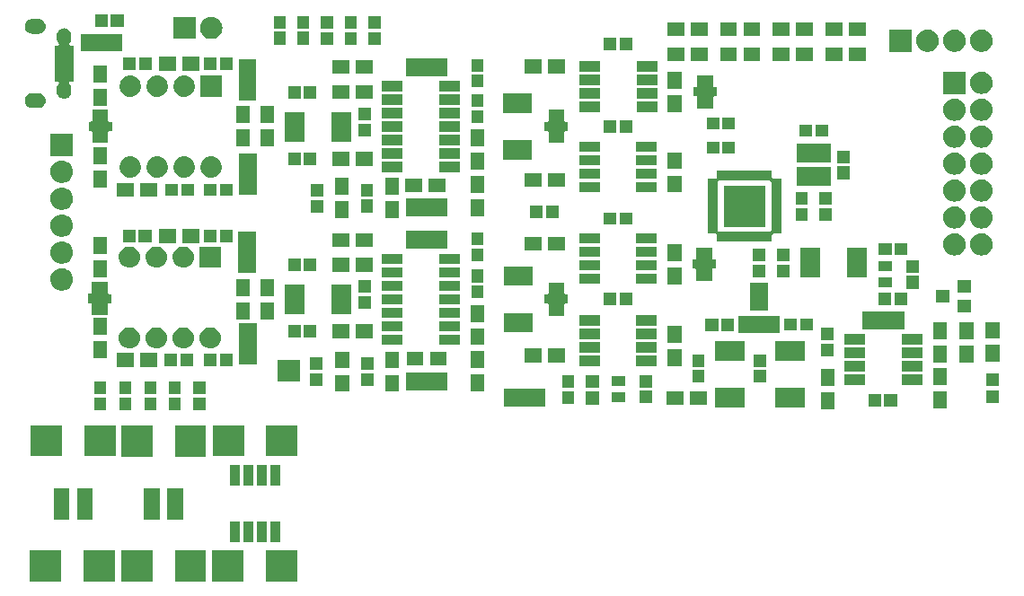
<source format=gbr>
G04 #@! TF.GenerationSoftware,KiCad,Pcbnew,5.0.2-bee76a0~70~ubuntu16.04.1*
G04 #@! TF.CreationDate,2019-03-26T22:40:40+05:30*
G04 #@! TF.ProjectId,neurolab,6e657572-6f6c-4616-922e-6b696361645f,rev?*
G04 #@! TF.SameCoordinates,Original*
G04 #@! TF.FileFunction,Soldermask,Top*
G04 #@! TF.FilePolarity,Negative*
%FSLAX46Y46*%
G04 Gerber Fmt 4.6, Leading zero omitted, Abs format (unit mm)*
G04 Created by KiCad (PCBNEW 5.0.2-bee76a0~70~ubuntu16.04.1) date Tue 26 Mar 2019 22:40:40 +0530*
%MOMM*%
%LPD*%
G01*
G04 APERTURE LIST*
%ADD10C,0.100000*%
G04 APERTURE END LIST*
D10*
G36*
X117900000Y-131875000D02*
X114950000Y-131875000D01*
X114950000Y-128975000D01*
X117900000Y-128975000D01*
X117900000Y-131875000D01*
X117900000Y-131875000D01*
G37*
G36*
X112850000Y-131875000D02*
X109900000Y-131875000D01*
X109900000Y-128975000D01*
X112850000Y-128975000D01*
X112850000Y-131875000D01*
X112850000Y-131875000D01*
G37*
G36*
X95650000Y-131875000D02*
X92700000Y-131875000D01*
X92700000Y-128975000D01*
X95650000Y-128975000D01*
X95650000Y-131875000D01*
X95650000Y-131875000D01*
G37*
G36*
X100700000Y-131875000D02*
X97750000Y-131875000D01*
X97750000Y-128975000D01*
X100700000Y-128975000D01*
X100700000Y-131875000D01*
X100700000Y-131875000D01*
G37*
G36*
X109300000Y-131875000D02*
X106350000Y-131875000D01*
X106350000Y-128975000D01*
X109300000Y-128975000D01*
X109300000Y-131875000D01*
X109300000Y-131875000D01*
G37*
G36*
X104250000Y-131875000D02*
X101300000Y-131875000D01*
X101300000Y-128975000D01*
X104250000Y-128975000D01*
X104250000Y-131875000D01*
X104250000Y-131875000D01*
G37*
G36*
X112520000Y-128225000D02*
X111520000Y-128225000D01*
X111520000Y-126275000D01*
X112520000Y-126275000D01*
X112520000Y-128225000D01*
X112520000Y-128225000D01*
G37*
G36*
X113790000Y-128225000D02*
X112790000Y-128225000D01*
X112790000Y-126275000D01*
X113790000Y-126275000D01*
X113790000Y-128225000D01*
X113790000Y-128225000D01*
G37*
G36*
X116330000Y-128225000D02*
X115330000Y-128225000D01*
X115330000Y-126275000D01*
X116330000Y-126275000D01*
X116330000Y-128225000D01*
X116330000Y-128225000D01*
G37*
G36*
X115060000Y-128225000D02*
X114060000Y-128225000D01*
X114060000Y-126275000D01*
X115060000Y-126275000D01*
X115060000Y-128225000D01*
X115060000Y-128225000D01*
G37*
G36*
X96430000Y-126050000D02*
X94970000Y-126050000D01*
X94970000Y-123100000D01*
X96430000Y-123100000D01*
X96430000Y-126050000D01*
X96430000Y-126050000D01*
G37*
G36*
X104930000Y-126050000D02*
X103470000Y-126050000D01*
X103470000Y-123100000D01*
X104930000Y-123100000D01*
X104930000Y-126050000D01*
X104930000Y-126050000D01*
G37*
G36*
X107130000Y-126050000D02*
X105670000Y-126050000D01*
X105670000Y-123100000D01*
X107130000Y-123100000D01*
X107130000Y-126050000D01*
X107130000Y-126050000D01*
G37*
G36*
X98630000Y-126050000D02*
X97170000Y-126050000D01*
X97170000Y-123100000D01*
X98630000Y-123100000D01*
X98630000Y-126050000D01*
X98630000Y-126050000D01*
G37*
G36*
X112520000Y-122825000D02*
X111520000Y-122825000D01*
X111520000Y-120875000D01*
X112520000Y-120875000D01*
X112520000Y-122825000D01*
X112520000Y-122825000D01*
G37*
G36*
X113790000Y-122825000D02*
X112790000Y-122825000D01*
X112790000Y-120875000D01*
X113790000Y-120875000D01*
X113790000Y-122825000D01*
X113790000Y-122825000D01*
G37*
G36*
X115060000Y-122825000D02*
X114060000Y-122825000D01*
X114060000Y-120875000D01*
X115060000Y-120875000D01*
X115060000Y-122825000D01*
X115060000Y-122825000D01*
G37*
G36*
X116330000Y-122825000D02*
X115330000Y-122825000D01*
X115330000Y-120875000D01*
X116330000Y-120875000D01*
X116330000Y-122825000D01*
X116330000Y-122825000D01*
G37*
G36*
X104250000Y-120100000D02*
X101300000Y-120100000D01*
X101300000Y-117200000D01*
X104250000Y-117200000D01*
X104250000Y-120100000D01*
X104250000Y-120100000D01*
G37*
G36*
X109300000Y-120100000D02*
X106350000Y-120100000D01*
X106350000Y-117200000D01*
X109300000Y-117200000D01*
X109300000Y-120100000D01*
X109300000Y-120100000D01*
G37*
G36*
X100775000Y-120075000D02*
X97825000Y-120075000D01*
X97825000Y-117175000D01*
X100775000Y-117175000D01*
X100775000Y-120075000D01*
X100775000Y-120075000D01*
G37*
G36*
X95725000Y-120075000D02*
X92775000Y-120075000D01*
X92775000Y-117175000D01*
X95725000Y-117175000D01*
X95725000Y-120075000D01*
X95725000Y-120075000D01*
G37*
G36*
X117925000Y-120075000D02*
X114975000Y-120075000D01*
X114975000Y-117175000D01*
X117925000Y-117175000D01*
X117925000Y-120075000D01*
X117925000Y-120075000D01*
G37*
G36*
X112875000Y-120075000D02*
X109925000Y-120075000D01*
X109925000Y-117175000D01*
X112875000Y-117175000D01*
X112875000Y-120075000D01*
X112875000Y-120075000D01*
G37*
G36*
X109275000Y-115725000D02*
X108125000Y-115725000D01*
X108125000Y-114525000D01*
X109275000Y-114525000D01*
X109275000Y-115725000D01*
X109275000Y-115725000D01*
G37*
G36*
X106925000Y-115725000D02*
X105775000Y-115725000D01*
X105775000Y-114525000D01*
X106925000Y-114525000D01*
X106925000Y-115725000D01*
X106925000Y-115725000D01*
G37*
G36*
X104625000Y-115725000D02*
X103475000Y-115725000D01*
X103475000Y-114525000D01*
X104625000Y-114525000D01*
X104625000Y-115725000D01*
X104625000Y-115725000D01*
G37*
G36*
X102275000Y-115725000D02*
X101125000Y-115725000D01*
X101125000Y-114525000D01*
X102275000Y-114525000D01*
X102275000Y-115725000D01*
X102275000Y-115725000D01*
G37*
G36*
X99900000Y-115725000D02*
X98750000Y-115725000D01*
X98750000Y-114525000D01*
X99900000Y-114525000D01*
X99900000Y-115725000D01*
X99900000Y-115725000D01*
G37*
G36*
X168575000Y-115625000D02*
X167275000Y-115625000D01*
X167275000Y-114025000D01*
X168575000Y-114025000D01*
X168575000Y-115625000D01*
X168575000Y-115625000D01*
G37*
G36*
X179150000Y-115600000D02*
X177850000Y-115600000D01*
X177850000Y-114000000D01*
X179150000Y-114000000D01*
X179150000Y-115600000D01*
X179150000Y-115600000D01*
G37*
G36*
X165775000Y-115500000D02*
X162975000Y-115500000D01*
X162975000Y-113650000D01*
X165775000Y-113650000D01*
X165775000Y-115500000D01*
X165775000Y-115500000D01*
G37*
G36*
X160050000Y-115500000D02*
X157250000Y-115500000D01*
X157250000Y-113650000D01*
X160050000Y-113650000D01*
X160050000Y-115500000D01*
X160050000Y-115500000D01*
G37*
G36*
X172925000Y-115400000D02*
X171725000Y-115400000D01*
X171725000Y-114250000D01*
X172925000Y-114250000D01*
X172925000Y-115400000D01*
X172925000Y-115400000D01*
G37*
G36*
X174425000Y-115400000D02*
X173225000Y-115400000D01*
X173225000Y-114250000D01*
X174425000Y-114250000D01*
X174425000Y-115400000D01*
X174425000Y-115400000D01*
G37*
G36*
X141280000Y-115385000D02*
X137370000Y-115385000D01*
X137370000Y-113715000D01*
X141280000Y-113715000D01*
X141280000Y-115385000D01*
X141280000Y-115385000D01*
G37*
G36*
X154300000Y-115225000D02*
X152700000Y-115225000D01*
X152700000Y-113925000D01*
X154300000Y-113925000D01*
X154300000Y-115225000D01*
X154300000Y-115225000D01*
G37*
G36*
X156500000Y-115225000D02*
X154900000Y-115225000D01*
X154900000Y-113925000D01*
X156500000Y-113925000D01*
X156500000Y-115225000D01*
X156500000Y-115225000D01*
G37*
G36*
X146325000Y-115200000D02*
X145125000Y-115200000D01*
X145125000Y-114000000D01*
X146325000Y-114000000D01*
X146325000Y-115200000D01*
X146325000Y-115200000D01*
G37*
G36*
X144000000Y-115150000D02*
X142850000Y-115150000D01*
X142850000Y-113950000D01*
X144000000Y-113950000D01*
X144000000Y-115150000D01*
X144000000Y-115150000D01*
G37*
G36*
X151350000Y-115100000D02*
X150200000Y-115100000D01*
X150200000Y-113900000D01*
X151350000Y-113900000D01*
X151350000Y-115100000D01*
X151350000Y-115100000D01*
G37*
G36*
X184030000Y-115070000D02*
X182830000Y-115070000D01*
X182830000Y-113870000D01*
X184030000Y-113870000D01*
X184030000Y-115070000D01*
X184030000Y-115070000D01*
G37*
G36*
X148825000Y-114950000D02*
X147525000Y-114950000D01*
X147525000Y-114050000D01*
X148825000Y-114050000D01*
X148825000Y-114950000D01*
X148825000Y-114950000D01*
G37*
G36*
X102275000Y-114225000D02*
X101125000Y-114225000D01*
X101125000Y-113025000D01*
X102275000Y-113025000D01*
X102275000Y-114225000D01*
X102275000Y-114225000D01*
G37*
G36*
X109275000Y-114225000D02*
X108125000Y-114225000D01*
X108125000Y-113025000D01*
X109275000Y-113025000D01*
X109275000Y-114225000D01*
X109275000Y-114225000D01*
G37*
G36*
X106925000Y-114225000D02*
X105775000Y-114225000D01*
X105775000Y-113025000D01*
X106925000Y-113025000D01*
X106925000Y-114225000D01*
X106925000Y-114225000D01*
G37*
G36*
X99900000Y-114225000D02*
X98750000Y-114225000D01*
X98750000Y-113025000D01*
X99900000Y-113025000D01*
X99900000Y-114225000D01*
X99900000Y-114225000D01*
G37*
G36*
X104625000Y-114225000D02*
X103475000Y-114225000D01*
X103475000Y-113025000D01*
X104625000Y-113025000D01*
X104625000Y-114225000D01*
X104625000Y-114225000D01*
G37*
G36*
X127475000Y-114000000D02*
X126175000Y-114000000D01*
X126175000Y-112400000D01*
X127475000Y-112400000D01*
X127475000Y-114000000D01*
X127475000Y-114000000D01*
G37*
G36*
X122800000Y-114000000D02*
X121500000Y-114000000D01*
X121500000Y-112400000D01*
X122800000Y-112400000D01*
X122800000Y-114000000D01*
X122800000Y-114000000D01*
G37*
G36*
X135525000Y-113950000D02*
X134225000Y-113950000D01*
X134225000Y-112350000D01*
X135525000Y-112350000D01*
X135525000Y-113950000D01*
X135525000Y-113950000D01*
G37*
G36*
X132055000Y-113835000D02*
X128145000Y-113835000D01*
X128145000Y-112165000D01*
X132055000Y-112165000D01*
X132055000Y-113835000D01*
X132055000Y-113835000D01*
G37*
G36*
X144000000Y-113650000D02*
X142850000Y-113650000D01*
X142850000Y-112450000D01*
X144000000Y-112450000D01*
X144000000Y-113650000D01*
X144000000Y-113650000D01*
G37*
G36*
X151350000Y-113600000D02*
X150200000Y-113600000D01*
X150200000Y-112400000D01*
X151350000Y-112400000D01*
X151350000Y-113600000D01*
X151350000Y-113600000D01*
G37*
G36*
X146325000Y-113600000D02*
X145125000Y-113600000D01*
X145125000Y-112400000D01*
X146325000Y-112400000D01*
X146325000Y-113600000D01*
X146325000Y-113600000D01*
G37*
G36*
X184030000Y-113470000D02*
X182830000Y-113470000D01*
X182830000Y-112270000D01*
X184030000Y-112270000D01*
X184030000Y-113470000D01*
X184030000Y-113470000D01*
G37*
G36*
X120275000Y-113450000D02*
X119125000Y-113450000D01*
X119125000Y-112250000D01*
X120275000Y-112250000D01*
X120275000Y-113450000D01*
X120275000Y-113450000D01*
G37*
G36*
X148825000Y-113450000D02*
X147525000Y-113450000D01*
X147525000Y-112550000D01*
X148825000Y-112550000D01*
X148825000Y-113450000D01*
X148825000Y-113450000D01*
G37*
G36*
X125100000Y-113450000D02*
X123950000Y-113450000D01*
X123950000Y-112250000D01*
X125100000Y-112250000D01*
X125100000Y-113450000D01*
X125100000Y-113450000D01*
G37*
G36*
X168575000Y-113425000D02*
X167275000Y-113425000D01*
X167275000Y-111825000D01*
X168575000Y-111825000D01*
X168575000Y-113425000D01*
X168575000Y-113425000D01*
G37*
G36*
X179150000Y-113400000D02*
X177850000Y-113400000D01*
X177850000Y-111800000D01*
X179150000Y-111800000D01*
X179150000Y-113400000D01*
X179150000Y-113400000D01*
G37*
G36*
X176850000Y-113355000D02*
X174900000Y-113355000D01*
X174900000Y-112355000D01*
X176850000Y-112355000D01*
X176850000Y-113355000D01*
X176850000Y-113355000D01*
G37*
G36*
X171450000Y-113355000D02*
X169500000Y-113355000D01*
X169500000Y-112355000D01*
X171450000Y-112355000D01*
X171450000Y-113355000D01*
X171450000Y-113355000D01*
G37*
G36*
X162075000Y-113150000D02*
X160925000Y-113150000D01*
X160925000Y-111950000D01*
X162075000Y-111950000D01*
X162075000Y-113150000D01*
X162075000Y-113150000D01*
G37*
G36*
X156275000Y-113150000D02*
X155125000Y-113150000D01*
X155125000Y-111950000D01*
X156275000Y-111950000D01*
X156275000Y-113150000D01*
X156275000Y-113150000D01*
G37*
G36*
X118120000Y-113070000D02*
X116020000Y-113070000D01*
X116020000Y-110970000D01*
X118120000Y-110970000D01*
X118120000Y-113070000D01*
X118120000Y-113070000D01*
G37*
G36*
X171450000Y-112085000D02*
X169500000Y-112085000D01*
X169500000Y-111085000D01*
X171450000Y-111085000D01*
X171450000Y-112085000D01*
X171450000Y-112085000D01*
G37*
G36*
X176850000Y-112085000D02*
X174900000Y-112085000D01*
X174900000Y-111085000D01*
X176850000Y-111085000D01*
X176850000Y-112085000D01*
X176850000Y-112085000D01*
G37*
G36*
X125100000Y-111950000D02*
X123950000Y-111950000D01*
X123950000Y-110750000D01*
X125100000Y-110750000D01*
X125100000Y-111950000D01*
X125100000Y-111950000D01*
G37*
G36*
X120275000Y-111950000D02*
X119125000Y-111950000D01*
X119125000Y-110750000D01*
X120275000Y-110750000D01*
X120275000Y-111950000D01*
X120275000Y-111950000D01*
G37*
G36*
X127475000Y-111800000D02*
X126175000Y-111800000D01*
X126175000Y-110200000D01*
X127475000Y-110200000D01*
X127475000Y-111800000D01*
X127475000Y-111800000D01*
G37*
G36*
X122800000Y-111800000D02*
X121500000Y-111800000D01*
X121500000Y-110200000D01*
X122800000Y-110200000D01*
X122800000Y-111800000D01*
X122800000Y-111800000D01*
G37*
G36*
X135525000Y-111750000D02*
X134225000Y-111750000D01*
X134225000Y-110150000D01*
X135525000Y-110150000D01*
X135525000Y-111750000D01*
X135525000Y-111750000D01*
G37*
G36*
X162075000Y-111650000D02*
X160925000Y-111650000D01*
X160925000Y-110450000D01*
X162075000Y-110450000D01*
X162075000Y-111650000D01*
X162075000Y-111650000D01*
G37*
G36*
X104700000Y-111650000D02*
X103100000Y-111650000D01*
X103100000Y-110350000D01*
X104700000Y-110350000D01*
X104700000Y-111650000D01*
X104700000Y-111650000D01*
G37*
G36*
X102500000Y-111650000D02*
X100900000Y-111650000D01*
X100900000Y-110350000D01*
X102500000Y-110350000D01*
X102500000Y-111650000D01*
X102500000Y-111650000D01*
G37*
G36*
X156275000Y-111650000D02*
X155125000Y-111650000D01*
X155125000Y-110450000D01*
X156275000Y-110450000D01*
X156275000Y-111650000D01*
X156275000Y-111650000D01*
G37*
G36*
X154125000Y-111600000D02*
X152825000Y-111600000D01*
X152825000Y-110000000D01*
X154125000Y-110000000D01*
X154125000Y-111600000D01*
X154125000Y-111600000D01*
G37*
G36*
X108100000Y-111575000D02*
X106900000Y-111575000D01*
X106900000Y-110425000D01*
X108100000Y-110425000D01*
X108100000Y-111575000D01*
X108100000Y-111575000D01*
G37*
G36*
X106600000Y-111575000D02*
X105400000Y-111575000D01*
X105400000Y-110425000D01*
X106600000Y-110425000D01*
X106600000Y-111575000D01*
X106600000Y-111575000D01*
G37*
G36*
X110300000Y-111575000D02*
X109100000Y-111575000D01*
X109100000Y-110425000D01*
X110300000Y-110425000D01*
X110300000Y-111575000D01*
X110300000Y-111575000D01*
G37*
G36*
X111800000Y-111575000D02*
X110600000Y-111575000D01*
X110600000Y-110425000D01*
X111800000Y-110425000D01*
X111800000Y-111575000D01*
X111800000Y-111575000D01*
G37*
G36*
X146400000Y-111555000D02*
X144450000Y-111555000D01*
X144450000Y-110555000D01*
X146400000Y-110555000D01*
X146400000Y-111555000D01*
X146400000Y-111555000D01*
G37*
G36*
X151800000Y-111555000D02*
X149850000Y-111555000D01*
X149850000Y-110555000D01*
X151800000Y-110555000D01*
X151800000Y-111555000D01*
X151800000Y-111555000D01*
G37*
G36*
X132000000Y-111500000D02*
X130400000Y-111500000D01*
X130400000Y-110200000D01*
X132000000Y-110200000D01*
X132000000Y-111500000D01*
X132000000Y-111500000D01*
G37*
G36*
X129800000Y-111500000D02*
X128200000Y-111500000D01*
X128200000Y-110200000D01*
X129800000Y-110200000D01*
X129800000Y-111500000D01*
X129800000Y-111500000D01*
G37*
G36*
X114060000Y-111455000D02*
X112390000Y-111455000D01*
X112390000Y-107545000D01*
X114060000Y-107545000D01*
X114060000Y-111455000D01*
X114060000Y-111455000D01*
G37*
G36*
X143125000Y-111225000D02*
X141525000Y-111225000D01*
X141525000Y-109925000D01*
X143125000Y-109925000D01*
X143125000Y-111225000D01*
X143125000Y-111225000D01*
G37*
G36*
X179150000Y-111225000D02*
X177850000Y-111225000D01*
X177850000Y-109625000D01*
X179150000Y-109625000D01*
X179150000Y-111225000D01*
X179150000Y-111225000D01*
G37*
G36*
X181625000Y-111225000D02*
X180325000Y-111225000D01*
X180325000Y-109625000D01*
X181625000Y-109625000D01*
X181625000Y-111225000D01*
X181625000Y-111225000D01*
G37*
G36*
X140925000Y-111225000D02*
X139325000Y-111225000D01*
X139325000Y-109925000D01*
X140925000Y-109925000D01*
X140925000Y-111225000D01*
X140925000Y-111225000D01*
G37*
G36*
X184080000Y-111200000D02*
X182780000Y-111200000D01*
X182780000Y-109600000D01*
X184080000Y-109600000D01*
X184080000Y-111200000D01*
X184080000Y-111200000D01*
G37*
G36*
X165775000Y-111100000D02*
X162975000Y-111100000D01*
X162975000Y-109250000D01*
X165775000Y-109250000D01*
X165775000Y-111100000D01*
X165775000Y-111100000D01*
G37*
G36*
X160050000Y-111100000D02*
X157250000Y-111100000D01*
X157250000Y-109250000D01*
X160050000Y-109250000D01*
X160050000Y-111100000D01*
X160050000Y-111100000D01*
G37*
G36*
X99950000Y-110825000D02*
X98650000Y-110825000D01*
X98650000Y-109225000D01*
X99950000Y-109225000D01*
X99950000Y-110825000D01*
X99950000Y-110825000D01*
G37*
G36*
X171450000Y-110815000D02*
X169500000Y-110815000D01*
X169500000Y-109815000D01*
X171450000Y-109815000D01*
X171450000Y-110815000D01*
X171450000Y-110815000D01*
G37*
G36*
X176850000Y-110815000D02*
X174900000Y-110815000D01*
X174900000Y-109815000D01*
X176850000Y-109815000D01*
X176850000Y-110815000D01*
X176850000Y-110815000D01*
G37*
G36*
X168450000Y-110675000D02*
X167300000Y-110675000D01*
X167300000Y-109475000D01*
X168450000Y-109475000D01*
X168450000Y-110675000D01*
X168450000Y-110675000D01*
G37*
G36*
X151800000Y-110285000D02*
X149850000Y-110285000D01*
X149850000Y-109285000D01*
X151800000Y-109285000D01*
X151800000Y-110285000D01*
X151800000Y-110285000D01*
G37*
G36*
X146400000Y-110285000D02*
X144450000Y-110285000D01*
X144450000Y-109285000D01*
X146400000Y-109285000D01*
X146400000Y-110285000D01*
X146400000Y-110285000D01*
G37*
G36*
X109896030Y-107934469D02*
X109896033Y-107934470D01*
X109896034Y-107934470D01*
X110084535Y-107991651D01*
X110084537Y-107991652D01*
X110258260Y-108084509D01*
X110410528Y-108209472D01*
X110535491Y-108361740D01*
X110628348Y-108535463D01*
X110685531Y-108723970D01*
X110704838Y-108920000D01*
X110685531Y-109116030D01*
X110685530Y-109116033D01*
X110685530Y-109116034D01*
X110634275Y-109285000D01*
X110628348Y-109304537D01*
X110535491Y-109478260D01*
X110410528Y-109630528D01*
X110258260Y-109755491D01*
X110258258Y-109755492D01*
X110084535Y-109848349D01*
X109896034Y-109905530D01*
X109896033Y-109905530D01*
X109896030Y-109905531D01*
X109749124Y-109920000D01*
X109650876Y-109920000D01*
X109503970Y-109905531D01*
X109503967Y-109905530D01*
X109503966Y-109905530D01*
X109315465Y-109848349D01*
X109141742Y-109755492D01*
X109141740Y-109755491D01*
X108989472Y-109630528D01*
X108864509Y-109478260D01*
X108771652Y-109304537D01*
X108765726Y-109285000D01*
X108714470Y-109116034D01*
X108714470Y-109116033D01*
X108714469Y-109116030D01*
X108695162Y-108920000D01*
X108714469Y-108723970D01*
X108771652Y-108535463D01*
X108864509Y-108361740D01*
X108989472Y-108209472D01*
X109141740Y-108084509D01*
X109315463Y-107991652D01*
X109315465Y-107991651D01*
X109503966Y-107934470D01*
X109503967Y-107934470D01*
X109503970Y-107934469D01*
X109650876Y-107920000D01*
X109749124Y-107920000D01*
X109896030Y-107934469D01*
X109896030Y-107934469D01*
G37*
G36*
X107356030Y-107934469D02*
X107356033Y-107934470D01*
X107356034Y-107934470D01*
X107544535Y-107991651D01*
X107544537Y-107991652D01*
X107718260Y-108084509D01*
X107870528Y-108209472D01*
X107995491Y-108361740D01*
X108088348Y-108535463D01*
X108145531Y-108723970D01*
X108164838Y-108920000D01*
X108145531Y-109116030D01*
X108145530Y-109116033D01*
X108145530Y-109116034D01*
X108094275Y-109285000D01*
X108088348Y-109304537D01*
X107995491Y-109478260D01*
X107870528Y-109630528D01*
X107718260Y-109755491D01*
X107718258Y-109755492D01*
X107544535Y-109848349D01*
X107356034Y-109905530D01*
X107356033Y-109905530D01*
X107356030Y-109905531D01*
X107209124Y-109920000D01*
X107110876Y-109920000D01*
X106963970Y-109905531D01*
X106963967Y-109905530D01*
X106963966Y-109905530D01*
X106775465Y-109848349D01*
X106601742Y-109755492D01*
X106601740Y-109755491D01*
X106449472Y-109630528D01*
X106324509Y-109478260D01*
X106231652Y-109304537D01*
X106225726Y-109285000D01*
X106174470Y-109116034D01*
X106174470Y-109116033D01*
X106174469Y-109116030D01*
X106155162Y-108920000D01*
X106174469Y-108723970D01*
X106231652Y-108535463D01*
X106324509Y-108361740D01*
X106449472Y-108209472D01*
X106601740Y-108084509D01*
X106775463Y-107991652D01*
X106775465Y-107991651D01*
X106963966Y-107934470D01*
X106963967Y-107934470D01*
X106963970Y-107934469D01*
X107110876Y-107920000D01*
X107209124Y-107920000D01*
X107356030Y-107934469D01*
X107356030Y-107934469D01*
G37*
G36*
X102276030Y-107934469D02*
X102276033Y-107934470D01*
X102276034Y-107934470D01*
X102464535Y-107991651D01*
X102464537Y-107991652D01*
X102638260Y-108084509D01*
X102790528Y-108209472D01*
X102915491Y-108361740D01*
X103008348Y-108535463D01*
X103065531Y-108723970D01*
X103084838Y-108920000D01*
X103065531Y-109116030D01*
X103065530Y-109116033D01*
X103065530Y-109116034D01*
X103014275Y-109285000D01*
X103008348Y-109304537D01*
X102915491Y-109478260D01*
X102790528Y-109630528D01*
X102638260Y-109755491D01*
X102638258Y-109755492D01*
X102464535Y-109848349D01*
X102276034Y-109905530D01*
X102276033Y-109905530D01*
X102276030Y-109905531D01*
X102129124Y-109920000D01*
X102030876Y-109920000D01*
X101883970Y-109905531D01*
X101883967Y-109905530D01*
X101883966Y-109905530D01*
X101695465Y-109848349D01*
X101521742Y-109755492D01*
X101521740Y-109755491D01*
X101369472Y-109630528D01*
X101244509Y-109478260D01*
X101151652Y-109304537D01*
X101145726Y-109285000D01*
X101094470Y-109116034D01*
X101094470Y-109116033D01*
X101094469Y-109116030D01*
X101075162Y-108920000D01*
X101094469Y-108723970D01*
X101151652Y-108535463D01*
X101244509Y-108361740D01*
X101369472Y-108209472D01*
X101521740Y-108084509D01*
X101695463Y-107991652D01*
X101695465Y-107991651D01*
X101883966Y-107934470D01*
X101883967Y-107934470D01*
X101883970Y-107934469D01*
X102030876Y-107920000D01*
X102129124Y-107920000D01*
X102276030Y-107934469D01*
X102276030Y-107934469D01*
G37*
G36*
X104816030Y-107934469D02*
X104816033Y-107934470D01*
X104816034Y-107934470D01*
X105004535Y-107991651D01*
X105004537Y-107991652D01*
X105178260Y-108084509D01*
X105330528Y-108209472D01*
X105455491Y-108361740D01*
X105548348Y-108535463D01*
X105605531Y-108723970D01*
X105624838Y-108920000D01*
X105605531Y-109116030D01*
X105605530Y-109116033D01*
X105605530Y-109116034D01*
X105554275Y-109285000D01*
X105548348Y-109304537D01*
X105455491Y-109478260D01*
X105330528Y-109630528D01*
X105178260Y-109755491D01*
X105178258Y-109755492D01*
X105004535Y-109848349D01*
X104816034Y-109905530D01*
X104816033Y-109905530D01*
X104816030Y-109905531D01*
X104669124Y-109920000D01*
X104570876Y-109920000D01*
X104423970Y-109905531D01*
X104423967Y-109905530D01*
X104423966Y-109905530D01*
X104235465Y-109848349D01*
X104061742Y-109755492D01*
X104061740Y-109755491D01*
X103909472Y-109630528D01*
X103784509Y-109478260D01*
X103691652Y-109304537D01*
X103685726Y-109285000D01*
X103634470Y-109116034D01*
X103634470Y-109116033D01*
X103634469Y-109116030D01*
X103615162Y-108920000D01*
X103634469Y-108723970D01*
X103691652Y-108535463D01*
X103784509Y-108361740D01*
X103909472Y-108209472D01*
X104061740Y-108084509D01*
X104235463Y-107991652D01*
X104235465Y-107991651D01*
X104423966Y-107934470D01*
X104423967Y-107934470D01*
X104423970Y-107934469D01*
X104570876Y-107920000D01*
X104669124Y-107920000D01*
X104816030Y-107934469D01*
X104816030Y-107934469D01*
G37*
G36*
X135525000Y-109600000D02*
X134225000Y-109600000D01*
X134225000Y-108000000D01*
X135525000Y-108000000D01*
X135525000Y-109600000D01*
X135525000Y-109600000D01*
G37*
G36*
X133200000Y-109585000D02*
X131300000Y-109585000D01*
X131300000Y-108585000D01*
X133200000Y-108585000D01*
X133200000Y-109585000D01*
X133200000Y-109585000D01*
G37*
G36*
X127800000Y-109585000D02*
X125900000Y-109585000D01*
X125900000Y-108585000D01*
X127800000Y-108585000D01*
X127800000Y-109585000D01*
X127800000Y-109585000D01*
G37*
G36*
X176850000Y-109545000D02*
X174900000Y-109545000D01*
X174900000Y-108545000D01*
X176850000Y-108545000D01*
X176850000Y-109545000D01*
X176850000Y-109545000D01*
G37*
G36*
X171450000Y-109545000D02*
X169500000Y-109545000D01*
X169500000Y-108545000D01*
X171450000Y-108545000D01*
X171450000Y-109545000D01*
X171450000Y-109545000D01*
G37*
G36*
X154125000Y-109400000D02*
X152825000Y-109400000D01*
X152825000Y-107800000D01*
X154125000Y-107800000D01*
X154125000Y-109400000D01*
X154125000Y-109400000D01*
G37*
G36*
X168450000Y-109175000D02*
X167300000Y-109175000D01*
X167300000Y-107975000D01*
X168450000Y-107975000D01*
X168450000Y-109175000D01*
X168450000Y-109175000D01*
G37*
G36*
X181625000Y-109025000D02*
X180325000Y-109025000D01*
X180325000Y-107425000D01*
X181625000Y-107425000D01*
X181625000Y-109025000D01*
X181625000Y-109025000D01*
G37*
G36*
X179150000Y-109025000D02*
X177850000Y-109025000D01*
X177850000Y-107425000D01*
X179150000Y-107425000D01*
X179150000Y-109025000D01*
X179150000Y-109025000D01*
G37*
G36*
X151800000Y-109015000D02*
X149850000Y-109015000D01*
X149850000Y-108015000D01*
X151800000Y-108015000D01*
X151800000Y-109015000D01*
X151800000Y-109015000D01*
G37*
G36*
X146400000Y-109015000D02*
X144450000Y-109015000D01*
X144450000Y-108015000D01*
X146400000Y-108015000D01*
X146400000Y-109015000D01*
X146400000Y-109015000D01*
G37*
G36*
X184080000Y-109000000D02*
X182780000Y-109000000D01*
X182780000Y-107400000D01*
X184080000Y-107400000D01*
X184080000Y-109000000D01*
X184080000Y-109000000D01*
G37*
G36*
X122850000Y-108925000D02*
X121250000Y-108925000D01*
X121250000Y-107625000D01*
X122850000Y-107625000D01*
X122850000Y-108925000D01*
X122850000Y-108925000D01*
G37*
G36*
X125050000Y-108925000D02*
X123450000Y-108925000D01*
X123450000Y-107625000D01*
X125050000Y-107625000D01*
X125050000Y-108925000D01*
X125050000Y-108925000D01*
G37*
G36*
X119725000Y-108850000D02*
X118525000Y-108850000D01*
X118525000Y-107700000D01*
X119725000Y-107700000D01*
X119725000Y-108850000D01*
X119725000Y-108850000D01*
G37*
G36*
X118225000Y-108850000D02*
X117025000Y-108850000D01*
X117025000Y-107700000D01*
X118225000Y-107700000D01*
X118225000Y-108850000D01*
X118225000Y-108850000D01*
G37*
G36*
X99950000Y-108625000D02*
X98650000Y-108625000D01*
X98650000Y-107025000D01*
X99950000Y-107025000D01*
X99950000Y-108625000D01*
X99950000Y-108625000D01*
G37*
G36*
X163380000Y-108485000D02*
X159470000Y-108485000D01*
X159470000Y-106815000D01*
X163380000Y-106815000D01*
X163380000Y-108485000D01*
X163380000Y-108485000D01*
G37*
G36*
X140050000Y-108375000D02*
X137350000Y-108375000D01*
X137350000Y-106575000D01*
X140050000Y-106575000D01*
X140050000Y-108375000D01*
X140050000Y-108375000D01*
G37*
G36*
X133200000Y-108315000D02*
X131300000Y-108315000D01*
X131300000Y-107315000D01*
X133200000Y-107315000D01*
X133200000Y-108315000D01*
X133200000Y-108315000D01*
G37*
G36*
X127800000Y-108315000D02*
X125900000Y-108315000D01*
X125900000Y-107315000D01*
X127800000Y-107315000D01*
X127800000Y-108315000D01*
X127800000Y-108315000D01*
G37*
G36*
X157575000Y-108250000D02*
X156375000Y-108250000D01*
X156375000Y-107100000D01*
X157575000Y-107100000D01*
X157575000Y-108250000D01*
X157575000Y-108250000D01*
G37*
G36*
X159075000Y-108250000D02*
X157875000Y-108250000D01*
X157875000Y-107100000D01*
X159075000Y-107100000D01*
X159075000Y-108250000D01*
X159075000Y-108250000D01*
G37*
G36*
X166500000Y-108225000D02*
X165300000Y-108225000D01*
X165300000Y-107075000D01*
X166500000Y-107075000D01*
X166500000Y-108225000D01*
X166500000Y-108225000D01*
G37*
G36*
X165000000Y-108225000D02*
X163800000Y-108225000D01*
X163800000Y-107075000D01*
X165000000Y-107075000D01*
X165000000Y-108225000D01*
X165000000Y-108225000D01*
G37*
G36*
X175105000Y-108085000D02*
X171195000Y-108085000D01*
X171195000Y-106415000D01*
X175105000Y-106415000D01*
X175105000Y-108085000D01*
X175105000Y-108085000D01*
G37*
G36*
X146400000Y-107745000D02*
X144450000Y-107745000D01*
X144450000Y-106745000D01*
X146400000Y-106745000D01*
X146400000Y-107745000D01*
X146400000Y-107745000D01*
G37*
G36*
X151800000Y-107745000D02*
X149850000Y-107745000D01*
X149850000Y-106745000D01*
X151800000Y-106745000D01*
X151800000Y-107745000D01*
X151800000Y-107745000D01*
G37*
G36*
X135525000Y-107400000D02*
X134225000Y-107400000D01*
X134225000Y-105800000D01*
X135525000Y-105800000D01*
X135525000Y-107400000D01*
X135525000Y-107400000D01*
G37*
G36*
X115725000Y-107150000D02*
X114425000Y-107150000D01*
X114425000Y-105550000D01*
X115725000Y-105550000D01*
X115725000Y-107150000D01*
X115725000Y-107150000D01*
G37*
G36*
X113450000Y-107150000D02*
X112150000Y-107150000D01*
X112150000Y-105550000D01*
X113450000Y-105550000D01*
X113450000Y-107150000D01*
X113450000Y-107150000D01*
G37*
G36*
X133200000Y-107045000D02*
X131300000Y-107045000D01*
X131300000Y-106045000D01*
X133200000Y-106045000D01*
X133200000Y-107045000D01*
X133200000Y-107045000D01*
G37*
G36*
X127800000Y-107045000D02*
X125900000Y-107045000D01*
X125900000Y-106045000D01*
X127800000Y-106045000D01*
X127800000Y-107045000D01*
X127800000Y-107045000D01*
G37*
G36*
X143075000Y-104695000D02*
X143077402Y-104719386D01*
X143084515Y-104742835D01*
X143096066Y-104764446D01*
X143111612Y-104783388D01*
X143130554Y-104798934D01*
X143152165Y-104810485D01*
X143175614Y-104817598D01*
X143200000Y-104820000D01*
X143425000Y-104820000D01*
X143425000Y-105680000D01*
X143200000Y-105680000D01*
X143175614Y-105682402D01*
X143152165Y-105689515D01*
X143130554Y-105701066D01*
X143111612Y-105716612D01*
X143096066Y-105735554D01*
X143084515Y-105757165D01*
X143077402Y-105780614D01*
X143075000Y-105805000D01*
X143075000Y-106815000D01*
X141575000Y-106815000D01*
X141575000Y-105800000D01*
X141572598Y-105775614D01*
X141565485Y-105752165D01*
X141553934Y-105730554D01*
X141538388Y-105711612D01*
X141519446Y-105696066D01*
X141497835Y-105684515D01*
X141474386Y-105677402D01*
X141450000Y-105675000D01*
X141225000Y-105675000D01*
X141225000Y-104825000D01*
X141450000Y-104825000D01*
X141474386Y-104822598D01*
X141497835Y-104815485D01*
X141519446Y-104803934D01*
X141538388Y-104788388D01*
X141553934Y-104769446D01*
X141565485Y-104747835D01*
X141572598Y-104724386D01*
X141575000Y-104700000D01*
X141575000Y-103685000D01*
X143075000Y-103685000D01*
X143075000Y-104695000D01*
X143075000Y-104695000D01*
G37*
G36*
X100050000Y-104650000D02*
X100052402Y-104674386D01*
X100059515Y-104697835D01*
X100071066Y-104719446D01*
X100086612Y-104738388D01*
X100105554Y-104753934D01*
X100127165Y-104765485D01*
X100150614Y-104772598D01*
X100175000Y-104775000D01*
X100400000Y-104775000D01*
X100400000Y-105625000D01*
X100175000Y-105625000D01*
X100150614Y-105627402D01*
X100127165Y-105634515D01*
X100105554Y-105646066D01*
X100086612Y-105661612D01*
X100071066Y-105680554D01*
X100059515Y-105702165D01*
X100052402Y-105725614D01*
X100050000Y-105750000D01*
X100050000Y-106765000D01*
X98550000Y-106765000D01*
X98550000Y-105755000D01*
X98547598Y-105730614D01*
X98540485Y-105707165D01*
X98528934Y-105685554D01*
X98513388Y-105666612D01*
X98494446Y-105651066D01*
X98472835Y-105639515D01*
X98449386Y-105632402D01*
X98425000Y-105630000D01*
X98200000Y-105630000D01*
X98200000Y-104770000D01*
X98425000Y-104770000D01*
X98449386Y-104767598D01*
X98472835Y-104760485D01*
X98494446Y-104748934D01*
X98513388Y-104733388D01*
X98528934Y-104714446D01*
X98540485Y-104692835D01*
X98547598Y-104669386D01*
X98550000Y-104645000D01*
X98550000Y-103635000D01*
X100050000Y-103635000D01*
X100050000Y-104650000D01*
X100050000Y-104650000D01*
G37*
G36*
X118575000Y-106650000D02*
X116725000Y-106650000D01*
X116725000Y-103850000D01*
X118575000Y-103850000D01*
X118575000Y-106650000D01*
X118575000Y-106650000D01*
G37*
G36*
X122975000Y-106650000D02*
X121125000Y-106650000D01*
X121125000Y-103850000D01*
X122975000Y-103850000D01*
X122975000Y-106650000D01*
X122975000Y-106650000D01*
G37*
G36*
X181400000Y-106550000D02*
X180100000Y-106550000D01*
X180100000Y-105350000D01*
X181400000Y-105350000D01*
X181400000Y-106550000D01*
X181400000Y-106550000D01*
G37*
G36*
X162260000Y-106375000D02*
X160590000Y-106375000D01*
X160590000Y-103725000D01*
X162260000Y-103725000D01*
X162260000Y-106375000D01*
X162260000Y-106375000D01*
G37*
G36*
X124825000Y-106175000D02*
X123675000Y-106175000D01*
X123675000Y-104975000D01*
X124825000Y-104975000D01*
X124825000Y-106175000D01*
X124825000Y-106175000D01*
G37*
G36*
X147975000Y-105825000D02*
X146775000Y-105825000D01*
X146775000Y-104675000D01*
X147975000Y-104675000D01*
X147975000Y-105825000D01*
X147975000Y-105825000D01*
G37*
G36*
X149475000Y-105825000D02*
X148275000Y-105825000D01*
X148275000Y-104675000D01*
X149475000Y-104675000D01*
X149475000Y-105825000D01*
X149475000Y-105825000D01*
G37*
G36*
X175400000Y-105800000D02*
X174200000Y-105800000D01*
X174200000Y-104650000D01*
X175400000Y-104650000D01*
X175400000Y-105800000D01*
X175400000Y-105800000D01*
G37*
G36*
X173900000Y-105800000D02*
X172700000Y-105800000D01*
X172700000Y-104650000D01*
X173900000Y-104650000D01*
X173900000Y-105800000D01*
X173900000Y-105800000D01*
G37*
G36*
X133200000Y-105775000D02*
X131300000Y-105775000D01*
X131300000Y-104775000D01*
X133200000Y-104775000D01*
X133200000Y-105775000D01*
X133200000Y-105775000D01*
G37*
G36*
X127800000Y-105775000D02*
X125900000Y-105775000D01*
X125900000Y-104775000D01*
X127800000Y-104775000D01*
X127800000Y-105775000D01*
X127800000Y-105775000D01*
G37*
G36*
X179400000Y-105600000D02*
X178100000Y-105600000D01*
X178100000Y-104400000D01*
X179400000Y-104400000D01*
X179400000Y-105600000D01*
X179400000Y-105600000D01*
G37*
G36*
X135450000Y-105175000D02*
X134300000Y-105175000D01*
X134300000Y-103975000D01*
X135450000Y-103975000D01*
X135450000Y-105175000D01*
X135450000Y-105175000D01*
G37*
G36*
X113450000Y-104950000D02*
X112150000Y-104950000D01*
X112150000Y-103350000D01*
X113450000Y-103350000D01*
X113450000Y-104950000D01*
X113450000Y-104950000D01*
G37*
G36*
X115725000Y-104950000D02*
X114425000Y-104950000D01*
X114425000Y-103350000D01*
X115725000Y-103350000D01*
X115725000Y-104950000D01*
X115725000Y-104950000D01*
G37*
G36*
X124825000Y-104675000D02*
X123675000Y-104675000D01*
X123675000Y-103475000D01*
X124825000Y-103475000D01*
X124825000Y-104675000D01*
X124825000Y-104675000D01*
G37*
G36*
X181400000Y-104650000D02*
X180100000Y-104650000D01*
X180100000Y-103450000D01*
X181400000Y-103450000D01*
X181400000Y-104650000D01*
X181400000Y-104650000D01*
G37*
G36*
X133200000Y-104505000D02*
X131300000Y-104505000D01*
X131300000Y-103505000D01*
X133200000Y-103505000D01*
X133200000Y-104505000D01*
X133200000Y-104505000D01*
G37*
G36*
X127800000Y-104505000D02*
X125900000Y-104505000D01*
X125900000Y-103505000D01*
X127800000Y-103505000D01*
X127800000Y-104505000D01*
X127800000Y-104505000D01*
G37*
G36*
X95828707Y-102357597D02*
X95905836Y-102365193D01*
X96024094Y-102401066D01*
X96103763Y-102425233D01*
X96286172Y-102522733D01*
X96446054Y-102653946D01*
X96577267Y-102813828D01*
X96674767Y-102996237D01*
X96674767Y-102996238D01*
X96734807Y-103194164D01*
X96755080Y-103400000D01*
X96734807Y-103605836D01*
X96725960Y-103635000D01*
X96674767Y-103803763D01*
X96577267Y-103986172D01*
X96446054Y-104146054D01*
X96286172Y-104277267D01*
X96103763Y-104374767D01*
X96037787Y-104394780D01*
X95905836Y-104434807D01*
X95828707Y-104442403D01*
X95751580Y-104450000D01*
X95648420Y-104450000D01*
X95571293Y-104442403D01*
X95494164Y-104434807D01*
X95362213Y-104394780D01*
X95296237Y-104374767D01*
X95113828Y-104277267D01*
X94953946Y-104146054D01*
X94822733Y-103986172D01*
X94725233Y-103803763D01*
X94674040Y-103635000D01*
X94665193Y-103605836D01*
X94644920Y-103400000D01*
X94665193Y-103194164D01*
X94725233Y-102996238D01*
X94725233Y-102996237D01*
X94822733Y-102813828D01*
X94953946Y-102653946D01*
X95113828Y-102522733D01*
X95296237Y-102425233D01*
X95375906Y-102401066D01*
X95494164Y-102365193D01*
X95571293Y-102357597D01*
X95648420Y-102350000D01*
X95751580Y-102350000D01*
X95828707Y-102357597D01*
X95828707Y-102357597D01*
G37*
G36*
X176475000Y-104275000D02*
X175325000Y-104275000D01*
X175325000Y-103075000D01*
X176475000Y-103075000D01*
X176475000Y-104275000D01*
X176475000Y-104275000D01*
G37*
G36*
X173950000Y-104125000D02*
X172650000Y-104125000D01*
X172650000Y-103225000D01*
X173950000Y-103225000D01*
X173950000Y-104125000D01*
X173950000Y-104125000D01*
G37*
G36*
X140050000Y-103975000D02*
X137350000Y-103975000D01*
X137350000Y-102175000D01*
X140050000Y-102175000D01*
X140050000Y-103975000D01*
X140050000Y-103975000D01*
G37*
G36*
X154125000Y-103850000D02*
X152825000Y-103850000D01*
X152825000Y-102250000D01*
X154125000Y-102250000D01*
X154125000Y-103850000D01*
X154125000Y-103850000D01*
G37*
G36*
X146400000Y-103830000D02*
X144450000Y-103830000D01*
X144450000Y-102830000D01*
X146400000Y-102830000D01*
X146400000Y-103830000D01*
X146400000Y-103830000D01*
G37*
G36*
X151800000Y-103830000D02*
X149850000Y-103830000D01*
X149850000Y-102830000D01*
X151800000Y-102830000D01*
X151800000Y-103830000D01*
X151800000Y-103830000D01*
G37*
G36*
X135450000Y-103675000D02*
X134300000Y-103675000D01*
X134300000Y-102475000D01*
X135450000Y-102475000D01*
X135450000Y-103675000D01*
X135450000Y-103675000D01*
G37*
G36*
X157000000Y-101400000D02*
X157002402Y-101424386D01*
X157009515Y-101447835D01*
X157021066Y-101469446D01*
X157036612Y-101488388D01*
X157055554Y-101503934D01*
X157077165Y-101515485D01*
X157100614Y-101522598D01*
X157125000Y-101525000D01*
X157350000Y-101525000D01*
X157350000Y-102375000D01*
X157125000Y-102375000D01*
X157100614Y-102377402D01*
X157077165Y-102384515D01*
X157055554Y-102396066D01*
X157036612Y-102411612D01*
X157021066Y-102430554D01*
X157009515Y-102452165D01*
X157002402Y-102475614D01*
X157000000Y-102500000D01*
X157000000Y-103515000D01*
X155500000Y-103515000D01*
X155500000Y-102505000D01*
X155497598Y-102480614D01*
X155490485Y-102457165D01*
X155478934Y-102435554D01*
X155463388Y-102416612D01*
X155444446Y-102401066D01*
X155422835Y-102389515D01*
X155399386Y-102382402D01*
X155375000Y-102380000D01*
X155150000Y-102380000D01*
X155150000Y-101520000D01*
X155375000Y-101520000D01*
X155399386Y-101517598D01*
X155422835Y-101510485D01*
X155444446Y-101498934D01*
X155463388Y-101483388D01*
X155478934Y-101464446D01*
X155490485Y-101442835D01*
X155497598Y-101419386D01*
X155500000Y-101395000D01*
X155500000Y-100385000D01*
X157000000Y-100385000D01*
X157000000Y-101400000D01*
X157000000Y-101400000D01*
G37*
G36*
X171600000Y-103250000D02*
X169750000Y-103250000D01*
X169750000Y-100450000D01*
X171600000Y-100450000D01*
X171600000Y-103250000D01*
X171600000Y-103250000D01*
G37*
G36*
X167200000Y-103250000D02*
X165350000Y-103250000D01*
X165350000Y-100450000D01*
X167200000Y-100450000D01*
X167200000Y-103250000D01*
X167200000Y-103250000D01*
G37*
G36*
X133200000Y-103235000D02*
X131300000Y-103235000D01*
X131300000Y-102235000D01*
X133200000Y-102235000D01*
X133200000Y-103235000D01*
X133200000Y-103235000D01*
G37*
G36*
X127800000Y-103235000D02*
X125900000Y-103235000D01*
X125900000Y-102235000D01*
X127800000Y-102235000D01*
X127800000Y-103235000D01*
X127800000Y-103235000D01*
G37*
G36*
X162000000Y-103200000D02*
X160850000Y-103200000D01*
X160850000Y-102000000D01*
X162000000Y-102000000D01*
X162000000Y-103200000D01*
X162000000Y-103200000D01*
G37*
G36*
X99950000Y-103200000D02*
X98650000Y-103200000D01*
X98650000Y-101600000D01*
X99950000Y-101600000D01*
X99950000Y-103200000D01*
X99950000Y-103200000D01*
G37*
G36*
X164300000Y-103200000D02*
X163150000Y-103200000D01*
X163150000Y-102000000D01*
X164300000Y-102000000D01*
X164300000Y-103200000D01*
X164300000Y-103200000D01*
G37*
G36*
X114010000Y-102780000D02*
X112340000Y-102780000D01*
X112340000Y-98870000D01*
X114010000Y-98870000D01*
X114010000Y-102780000D01*
X114010000Y-102780000D01*
G37*
G36*
X176475000Y-102775000D02*
X175325000Y-102775000D01*
X175325000Y-101575000D01*
X176475000Y-101575000D01*
X176475000Y-102775000D01*
X176475000Y-102775000D01*
G37*
G36*
X125050000Y-102675000D02*
X123450000Y-102675000D01*
X123450000Y-101375000D01*
X125050000Y-101375000D01*
X125050000Y-102675000D01*
X125050000Y-102675000D01*
G37*
G36*
X122850000Y-102675000D02*
X121250000Y-102675000D01*
X121250000Y-101375000D01*
X122850000Y-101375000D01*
X122850000Y-102675000D01*
X122850000Y-102675000D01*
G37*
G36*
X173950000Y-102625000D02*
X172650000Y-102625000D01*
X172650000Y-101725000D01*
X173950000Y-101725000D01*
X173950000Y-102625000D01*
X173950000Y-102625000D01*
G37*
G36*
X119725000Y-102600000D02*
X118525000Y-102600000D01*
X118525000Y-101450000D01*
X119725000Y-101450000D01*
X119725000Y-102600000D01*
X119725000Y-102600000D01*
G37*
G36*
X118225000Y-102600000D02*
X117025000Y-102600000D01*
X117025000Y-101450000D01*
X118225000Y-101450000D01*
X118225000Y-102600000D01*
X118225000Y-102600000D01*
G37*
G36*
X151800000Y-102560000D02*
X149850000Y-102560000D01*
X149850000Y-101560000D01*
X151800000Y-101560000D01*
X151800000Y-102560000D01*
X151800000Y-102560000D01*
G37*
G36*
X146400000Y-102560000D02*
X144450000Y-102560000D01*
X144450000Y-101560000D01*
X146400000Y-101560000D01*
X146400000Y-102560000D01*
X146400000Y-102560000D01*
G37*
G36*
X110700000Y-102300000D02*
X108700000Y-102300000D01*
X108700000Y-100300000D01*
X110700000Y-100300000D01*
X110700000Y-102300000D01*
X110700000Y-102300000D01*
G37*
G36*
X102276030Y-100314469D02*
X102276033Y-100314470D01*
X102276034Y-100314470D01*
X102464535Y-100371651D01*
X102464537Y-100371652D01*
X102638260Y-100464509D01*
X102790528Y-100589472D01*
X102915491Y-100741740D01*
X103008348Y-100915463D01*
X103065531Y-101103970D01*
X103084838Y-101300000D01*
X103065531Y-101496030D01*
X103065530Y-101496033D01*
X103065530Y-101496034D01*
X103058989Y-101517598D01*
X103008348Y-101684537D01*
X102915491Y-101858260D01*
X102790528Y-102010528D01*
X102638260Y-102135491D01*
X102638258Y-102135492D01*
X102464535Y-102228349D01*
X102276034Y-102285530D01*
X102276033Y-102285530D01*
X102276030Y-102285531D01*
X102129124Y-102300000D01*
X102030876Y-102300000D01*
X101883970Y-102285531D01*
X101883967Y-102285530D01*
X101883966Y-102285530D01*
X101695465Y-102228349D01*
X101521742Y-102135492D01*
X101521740Y-102135491D01*
X101369472Y-102010528D01*
X101244509Y-101858260D01*
X101151652Y-101684537D01*
X101101012Y-101517598D01*
X101094470Y-101496034D01*
X101094470Y-101496033D01*
X101094469Y-101496030D01*
X101075162Y-101300000D01*
X101094469Y-101103970D01*
X101151652Y-100915463D01*
X101244509Y-100741740D01*
X101369472Y-100589472D01*
X101521740Y-100464509D01*
X101695463Y-100371652D01*
X101695465Y-100371651D01*
X101883966Y-100314470D01*
X101883967Y-100314470D01*
X101883970Y-100314469D01*
X102030876Y-100300000D01*
X102129124Y-100300000D01*
X102276030Y-100314469D01*
X102276030Y-100314469D01*
G37*
G36*
X104816030Y-100314469D02*
X104816033Y-100314470D01*
X104816034Y-100314470D01*
X105004535Y-100371651D01*
X105004537Y-100371652D01*
X105178260Y-100464509D01*
X105330528Y-100589472D01*
X105455491Y-100741740D01*
X105548348Y-100915463D01*
X105605531Y-101103970D01*
X105624838Y-101300000D01*
X105605531Y-101496030D01*
X105605530Y-101496033D01*
X105605530Y-101496034D01*
X105598989Y-101517598D01*
X105548348Y-101684537D01*
X105455491Y-101858260D01*
X105330528Y-102010528D01*
X105178260Y-102135491D01*
X105178258Y-102135492D01*
X105004535Y-102228349D01*
X104816034Y-102285530D01*
X104816033Y-102285530D01*
X104816030Y-102285531D01*
X104669124Y-102300000D01*
X104570876Y-102300000D01*
X104423970Y-102285531D01*
X104423967Y-102285530D01*
X104423966Y-102285530D01*
X104235465Y-102228349D01*
X104061742Y-102135492D01*
X104061740Y-102135491D01*
X103909472Y-102010528D01*
X103784509Y-101858260D01*
X103691652Y-101684537D01*
X103641012Y-101517598D01*
X103634470Y-101496034D01*
X103634470Y-101496033D01*
X103634469Y-101496030D01*
X103615162Y-101300000D01*
X103634469Y-101103970D01*
X103691652Y-100915463D01*
X103784509Y-100741740D01*
X103909472Y-100589472D01*
X104061740Y-100464509D01*
X104235463Y-100371652D01*
X104235465Y-100371651D01*
X104423966Y-100314470D01*
X104423967Y-100314470D01*
X104423970Y-100314469D01*
X104570876Y-100300000D01*
X104669124Y-100300000D01*
X104816030Y-100314469D01*
X104816030Y-100314469D01*
G37*
G36*
X107356030Y-100314469D02*
X107356033Y-100314470D01*
X107356034Y-100314470D01*
X107544535Y-100371651D01*
X107544537Y-100371652D01*
X107718260Y-100464509D01*
X107870528Y-100589472D01*
X107995491Y-100741740D01*
X108088348Y-100915463D01*
X108145531Y-101103970D01*
X108164838Y-101300000D01*
X108145531Y-101496030D01*
X108145530Y-101496033D01*
X108145530Y-101496034D01*
X108138989Y-101517598D01*
X108088348Y-101684537D01*
X107995491Y-101858260D01*
X107870528Y-102010528D01*
X107718260Y-102135491D01*
X107718258Y-102135492D01*
X107544535Y-102228349D01*
X107356034Y-102285530D01*
X107356033Y-102285530D01*
X107356030Y-102285531D01*
X107209124Y-102300000D01*
X107110876Y-102300000D01*
X106963970Y-102285531D01*
X106963967Y-102285530D01*
X106963966Y-102285530D01*
X106775465Y-102228349D01*
X106601742Y-102135492D01*
X106601740Y-102135491D01*
X106449472Y-102010528D01*
X106324509Y-101858260D01*
X106231652Y-101684537D01*
X106181012Y-101517598D01*
X106174470Y-101496034D01*
X106174470Y-101496033D01*
X106174469Y-101496030D01*
X106155162Y-101300000D01*
X106174469Y-101103970D01*
X106231652Y-100915463D01*
X106324509Y-100741740D01*
X106449472Y-100589472D01*
X106601740Y-100464509D01*
X106775463Y-100371652D01*
X106775465Y-100371651D01*
X106963966Y-100314470D01*
X106963967Y-100314470D01*
X106963970Y-100314469D01*
X107110876Y-100300000D01*
X107209124Y-100300000D01*
X107356030Y-100314469D01*
X107356030Y-100314469D01*
G37*
G36*
X133200000Y-101965000D02*
X131300000Y-101965000D01*
X131300000Y-100965000D01*
X133200000Y-100965000D01*
X133200000Y-101965000D01*
X133200000Y-101965000D01*
G37*
G36*
X127800000Y-101965000D02*
X125900000Y-101965000D01*
X125900000Y-100965000D01*
X127800000Y-100965000D01*
X127800000Y-101965000D01*
X127800000Y-101965000D01*
G37*
G36*
X95828707Y-99817596D02*
X95905836Y-99825193D01*
X96037787Y-99865220D01*
X96103763Y-99885233D01*
X96286172Y-99982733D01*
X96446054Y-100113946D01*
X96577267Y-100273828D01*
X96674767Y-100456237D01*
X96694780Y-100522213D01*
X96734807Y-100654164D01*
X96755080Y-100860000D01*
X96734807Y-101065836D01*
X96694780Y-101197787D01*
X96674767Y-101263763D01*
X96577267Y-101446172D01*
X96446054Y-101606054D01*
X96286172Y-101737267D01*
X96103763Y-101834767D01*
X96037787Y-101854780D01*
X95905836Y-101894807D01*
X95828707Y-101902404D01*
X95751580Y-101910000D01*
X95648420Y-101910000D01*
X95571293Y-101902404D01*
X95494164Y-101894807D01*
X95362213Y-101854780D01*
X95296237Y-101834767D01*
X95113828Y-101737267D01*
X94953946Y-101606054D01*
X94822733Y-101446172D01*
X94725233Y-101263763D01*
X94705220Y-101197787D01*
X94665193Y-101065836D01*
X94644920Y-100860000D01*
X94665193Y-100654164D01*
X94705220Y-100522213D01*
X94725233Y-100456237D01*
X94822733Y-100273828D01*
X94953946Y-100113946D01*
X95113828Y-99982733D01*
X95296237Y-99885233D01*
X95362213Y-99865220D01*
X95494164Y-99825193D01*
X95571293Y-99817596D01*
X95648420Y-99810000D01*
X95751580Y-99810000D01*
X95828707Y-99817596D01*
X95828707Y-99817596D01*
G37*
G36*
X162000000Y-101700000D02*
X160850000Y-101700000D01*
X160850000Y-100500000D01*
X162000000Y-100500000D01*
X162000000Y-101700000D01*
X162000000Y-101700000D01*
G37*
G36*
X164300000Y-101700000D02*
X163150000Y-101700000D01*
X163150000Y-100500000D01*
X164300000Y-100500000D01*
X164300000Y-101700000D01*
X164300000Y-101700000D01*
G37*
G36*
X135450000Y-101700000D02*
X134300000Y-101700000D01*
X134300000Y-100500000D01*
X135450000Y-100500000D01*
X135450000Y-101700000D01*
X135450000Y-101700000D01*
G37*
G36*
X154125000Y-101650000D02*
X152825000Y-101650000D01*
X152825000Y-100050000D01*
X154125000Y-100050000D01*
X154125000Y-101650000D01*
X154125000Y-101650000D01*
G37*
G36*
X146400000Y-101290000D02*
X144450000Y-101290000D01*
X144450000Y-100290000D01*
X146400000Y-100290000D01*
X146400000Y-101290000D01*
X146400000Y-101290000D01*
G37*
G36*
X151800000Y-101290000D02*
X149850000Y-101290000D01*
X149850000Y-100290000D01*
X151800000Y-100290000D01*
X151800000Y-101290000D01*
X151800000Y-101290000D01*
G37*
G36*
X179978707Y-99047596D02*
X180055836Y-99055193D01*
X180187787Y-99095220D01*
X180253763Y-99115233D01*
X180436172Y-99212733D01*
X180596054Y-99343946D01*
X180727267Y-99503828D01*
X180824767Y-99686237D01*
X180824767Y-99686238D01*
X180884807Y-99884164D01*
X180905080Y-100090000D01*
X180884807Y-100295836D01*
X180857759Y-100385000D01*
X180824767Y-100493763D01*
X180727267Y-100676172D01*
X180596054Y-100836054D01*
X180436172Y-100967267D01*
X180253763Y-101064767D01*
X180187787Y-101084780D01*
X180055836Y-101124807D01*
X179978707Y-101132403D01*
X179901580Y-101140000D01*
X179798420Y-101140000D01*
X179721293Y-101132404D01*
X179644164Y-101124807D01*
X179512213Y-101084780D01*
X179446237Y-101064767D01*
X179263828Y-100967267D01*
X179103946Y-100836054D01*
X178972733Y-100676172D01*
X178875233Y-100493763D01*
X178842241Y-100385000D01*
X178815193Y-100295836D01*
X178794920Y-100090000D01*
X178815193Y-99884164D01*
X178875233Y-99686238D01*
X178875233Y-99686237D01*
X178972733Y-99503828D01*
X179103946Y-99343946D01*
X179263828Y-99212733D01*
X179446237Y-99115233D01*
X179512213Y-99095220D01*
X179644164Y-99055193D01*
X179721293Y-99047597D01*
X179798420Y-99040000D01*
X179901580Y-99040000D01*
X179978707Y-99047596D01*
X179978707Y-99047596D01*
G37*
G36*
X182518707Y-99047596D02*
X182595836Y-99055193D01*
X182727787Y-99095220D01*
X182793763Y-99115233D01*
X182976172Y-99212733D01*
X183136054Y-99343946D01*
X183267267Y-99503828D01*
X183364767Y-99686237D01*
X183364767Y-99686238D01*
X183424807Y-99884164D01*
X183445080Y-100090000D01*
X183424807Y-100295836D01*
X183397759Y-100385000D01*
X183364767Y-100493763D01*
X183267267Y-100676172D01*
X183136054Y-100836054D01*
X182976172Y-100967267D01*
X182793763Y-101064767D01*
X182727787Y-101084780D01*
X182595836Y-101124807D01*
X182518707Y-101132403D01*
X182441580Y-101140000D01*
X182338420Y-101140000D01*
X182261293Y-101132404D01*
X182184164Y-101124807D01*
X182052213Y-101084780D01*
X181986237Y-101064767D01*
X181803828Y-100967267D01*
X181643946Y-100836054D01*
X181512733Y-100676172D01*
X181415233Y-100493763D01*
X181382241Y-100385000D01*
X181355193Y-100295836D01*
X181334920Y-100090000D01*
X181355193Y-99884164D01*
X181415233Y-99686238D01*
X181415233Y-99686237D01*
X181512733Y-99503828D01*
X181643946Y-99343946D01*
X181803828Y-99212733D01*
X181986237Y-99115233D01*
X182052213Y-99095220D01*
X182184164Y-99055193D01*
X182261293Y-99047597D01*
X182338420Y-99040000D01*
X182441580Y-99040000D01*
X182518707Y-99047596D01*
X182518707Y-99047596D01*
G37*
G36*
X173925000Y-101100000D02*
X172725000Y-101100000D01*
X172725000Y-99950000D01*
X173925000Y-99950000D01*
X173925000Y-101100000D01*
X173925000Y-101100000D01*
G37*
G36*
X175425000Y-101100000D02*
X174225000Y-101100000D01*
X174225000Y-99950000D01*
X175425000Y-99950000D01*
X175425000Y-101100000D01*
X175425000Y-101100000D01*
G37*
G36*
X99950000Y-101000000D02*
X98650000Y-101000000D01*
X98650000Y-99400000D01*
X99950000Y-99400000D01*
X99950000Y-101000000D01*
X99950000Y-101000000D01*
G37*
G36*
X140925000Y-100675000D02*
X139325000Y-100675000D01*
X139325000Y-99375000D01*
X140925000Y-99375000D01*
X140925000Y-100675000D01*
X140925000Y-100675000D01*
G37*
G36*
X143125000Y-100675000D02*
X141525000Y-100675000D01*
X141525000Y-99375000D01*
X143125000Y-99375000D01*
X143125000Y-100675000D01*
X143125000Y-100675000D01*
G37*
G36*
X132055000Y-100510000D02*
X128145000Y-100510000D01*
X128145000Y-98840000D01*
X132055000Y-98840000D01*
X132055000Y-100510000D01*
X132055000Y-100510000D01*
G37*
G36*
X122850000Y-100325000D02*
X121250000Y-100325000D01*
X121250000Y-99025000D01*
X122850000Y-99025000D01*
X122850000Y-100325000D01*
X122850000Y-100325000D01*
G37*
G36*
X125050000Y-100325000D02*
X123450000Y-100325000D01*
X123450000Y-99025000D01*
X125050000Y-99025000D01*
X125050000Y-100325000D01*
X125050000Y-100325000D01*
G37*
G36*
X135450000Y-100200000D02*
X134300000Y-100200000D01*
X134300000Y-99000000D01*
X135450000Y-99000000D01*
X135450000Y-100200000D01*
X135450000Y-100200000D01*
G37*
G36*
X146400000Y-100020000D02*
X144450000Y-100020000D01*
X144450000Y-99020000D01*
X146400000Y-99020000D01*
X146400000Y-100020000D01*
X146400000Y-100020000D01*
G37*
G36*
X151800000Y-100020000D02*
X149850000Y-100020000D01*
X149850000Y-99020000D01*
X151800000Y-99020000D01*
X151800000Y-100020000D01*
X151800000Y-100020000D01*
G37*
G36*
X108650000Y-99975000D02*
X107050000Y-99975000D01*
X107050000Y-98675000D01*
X108650000Y-98675000D01*
X108650000Y-99975000D01*
X108650000Y-99975000D01*
G37*
G36*
X106450000Y-99975000D02*
X104850000Y-99975000D01*
X104850000Y-98675000D01*
X106450000Y-98675000D01*
X106450000Y-99975000D01*
X106450000Y-99975000D01*
G37*
G36*
X110300000Y-99900000D02*
X109100000Y-99900000D01*
X109100000Y-98750000D01*
X110300000Y-98750000D01*
X110300000Y-99900000D01*
X110300000Y-99900000D01*
G37*
G36*
X111800000Y-99900000D02*
X110600000Y-99900000D01*
X110600000Y-98750000D01*
X111800000Y-98750000D01*
X111800000Y-99900000D01*
X111800000Y-99900000D01*
G37*
G36*
X104150000Y-99900000D02*
X102950000Y-99900000D01*
X102950000Y-98750000D01*
X104150000Y-98750000D01*
X104150000Y-99900000D01*
X104150000Y-99900000D01*
G37*
G36*
X102650000Y-99900000D02*
X101450000Y-99900000D01*
X101450000Y-98750000D01*
X102650000Y-98750000D01*
X102650000Y-99900000D01*
X102650000Y-99900000D01*
G37*
G36*
X162650300Y-93774700D02*
X162652702Y-93799086D01*
X162659815Y-93822535D01*
X162671366Y-93844146D01*
X162686912Y-93863088D01*
X162705854Y-93878634D01*
X162727465Y-93890185D01*
X162750914Y-93897298D01*
X162775300Y-93899700D01*
X163525330Y-93899700D01*
X163525330Y-99100300D01*
X162775300Y-99100300D01*
X162750914Y-99102702D01*
X162727465Y-99109815D01*
X162705854Y-99121366D01*
X162686912Y-99136912D01*
X162671366Y-99155854D01*
X162659815Y-99177465D01*
X162652702Y-99200914D01*
X162650300Y-99225300D01*
X162650300Y-99850870D01*
X157449700Y-99850870D01*
X157449700Y-99225300D01*
X157447298Y-99200914D01*
X157440185Y-99177465D01*
X157428634Y-99155854D01*
X157413088Y-99136912D01*
X157394146Y-99121366D01*
X157372535Y-99109815D01*
X157349086Y-99102702D01*
X157324700Y-99100300D01*
X156574670Y-99100300D01*
X156574670Y-94225310D01*
X157525850Y-94225310D01*
X157525850Y-98774690D01*
X157528252Y-98799076D01*
X157535365Y-98822525D01*
X157546916Y-98844136D01*
X157562462Y-98863078D01*
X157581404Y-98878624D01*
X157603015Y-98890175D01*
X157626464Y-98897288D01*
X157650850Y-98899690D01*
X162449150Y-98899690D01*
X162473536Y-98897288D01*
X162496985Y-98890175D01*
X162518596Y-98878624D01*
X162537538Y-98863078D01*
X162553084Y-98844136D01*
X162564635Y-98822525D01*
X162571748Y-98799076D01*
X162574150Y-98774690D01*
X162574150Y-94225310D01*
X162571748Y-94200924D01*
X162564635Y-94177475D01*
X162553084Y-94155864D01*
X162537538Y-94136922D01*
X162518596Y-94121376D01*
X162496985Y-94109825D01*
X162473536Y-94102712D01*
X162449150Y-94100310D01*
X157650850Y-94100310D01*
X157626464Y-94102712D01*
X157603015Y-94109825D01*
X157581404Y-94121376D01*
X157562462Y-94136922D01*
X157546916Y-94155864D01*
X157535365Y-94177475D01*
X157528252Y-94200924D01*
X157525850Y-94225310D01*
X156574670Y-94225310D01*
X156574670Y-93899700D01*
X157324700Y-93899700D01*
X157349086Y-93897298D01*
X157372535Y-93890185D01*
X157394146Y-93878634D01*
X157413088Y-93863088D01*
X157428634Y-93844146D01*
X157440185Y-93822535D01*
X157447298Y-93799086D01*
X157449700Y-93774700D01*
X157449700Y-93149130D01*
X162650300Y-93149130D01*
X162650300Y-93774700D01*
X162650300Y-93774700D01*
G37*
G36*
X162000000Y-98450000D02*
X158100000Y-98450000D01*
X158100000Y-94550000D01*
X162000000Y-94550000D01*
X162000000Y-98450000D01*
X162000000Y-98450000D01*
G37*
G36*
X95828707Y-97277596D02*
X95905836Y-97285193D01*
X96037787Y-97325220D01*
X96103763Y-97345233D01*
X96286172Y-97442733D01*
X96446054Y-97573946D01*
X96577267Y-97733828D01*
X96674767Y-97916237D01*
X96674767Y-97916238D01*
X96734807Y-98114164D01*
X96755080Y-98320000D01*
X96734807Y-98525836D01*
X96694780Y-98657787D01*
X96674767Y-98723763D01*
X96577267Y-98906172D01*
X96446054Y-99066054D01*
X96286172Y-99197267D01*
X96103763Y-99294767D01*
X96037787Y-99314780D01*
X95905836Y-99354807D01*
X95828707Y-99362403D01*
X95751580Y-99370000D01*
X95648420Y-99370000D01*
X95571293Y-99362404D01*
X95494164Y-99354807D01*
X95362213Y-99314780D01*
X95296237Y-99294767D01*
X95113828Y-99197267D01*
X94953946Y-99066054D01*
X94822733Y-98906172D01*
X94725233Y-98723763D01*
X94705220Y-98657787D01*
X94665193Y-98525836D01*
X94644920Y-98320000D01*
X94665193Y-98114164D01*
X94725233Y-97916238D01*
X94725233Y-97916237D01*
X94822733Y-97733828D01*
X94953946Y-97573946D01*
X95113828Y-97442733D01*
X95296237Y-97345233D01*
X95362213Y-97325220D01*
X95494164Y-97285193D01*
X95571293Y-97277596D01*
X95648420Y-97270000D01*
X95751580Y-97270000D01*
X95828707Y-97277596D01*
X95828707Y-97277596D01*
G37*
G36*
X182518707Y-96507596D02*
X182595836Y-96515193D01*
X182727787Y-96555220D01*
X182793763Y-96575233D01*
X182976172Y-96672733D01*
X183136054Y-96803946D01*
X183267267Y-96963828D01*
X183364767Y-97146237D01*
X183364767Y-97146238D01*
X183424807Y-97344164D01*
X183445080Y-97550000D01*
X183424807Y-97755836D01*
X183396243Y-97850000D01*
X183364767Y-97953763D01*
X183267267Y-98136172D01*
X183136054Y-98296054D01*
X182976172Y-98427267D01*
X182793763Y-98524767D01*
X182727787Y-98544780D01*
X182595836Y-98584807D01*
X182518707Y-98592403D01*
X182441580Y-98600000D01*
X182338420Y-98600000D01*
X182261293Y-98592404D01*
X182184164Y-98584807D01*
X182052213Y-98544780D01*
X181986237Y-98524767D01*
X181803828Y-98427267D01*
X181643946Y-98296054D01*
X181512733Y-98136172D01*
X181415233Y-97953763D01*
X181383757Y-97850000D01*
X181355193Y-97755836D01*
X181334920Y-97550000D01*
X181355193Y-97344164D01*
X181415233Y-97146238D01*
X181415233Y-97146237D01*
X181512733Y-96963828D01*
X181643946Y-96803946D01*
X181803828Y-96672733D01*
X181986237Y-96575233D01*
X182052213Y-96555220D01*
X182184164Y-96515193D01*
X182261293Y-96507597D01*
X182338420Y-96500000D01*
X182441580Y-96500000D01*
X182518707Y-96507596D01*
X182518707Y-96507596D01*
G37*
G36*
X179978707Y-96507596D02*
X180055836Y-96515193D01*
X180187787Y-96555220D01*
X180253763Y-96575233D01*
X180436172Y-96672733D01*
X180596054Y-96803946D01*
X180727267Y-96963828D01*
X180824767Y-97146237D01*
X180824767Y-97146238D01*
X180884807Y-97344164D01*
X180905080Y-97550000D01*
X180884807Y-97755836D01*
X180856243Y-97850000D01*
X180824767Y-97953763D01*
X180727267Y-98136172D01*
X180596054Y-98296054D01*
X180436172Y-98427267D01*
X180253763Y-98524767D01*
X180187787Y-98544780D01*
X180055836Y-98584807D01*
X179978707Y-98592403D01*
X179901580Y-98600000D01*
X179798420Y-98600000D01*
X179721293Y-98592404D01*
X179644164Y-98584807D01*
X179512213Y-98544780D01*
X179446237Y-98524767D01*
X179263828Y-98427267D01*
X179103946Y-98296054D01*
X178972733Y-98136172D01*
X178875233Y-97953763D01*
X178843757Y-97850000D01*
X178815193Y-97755836D01*
X178794920Y-97550000D01*
X178815193Y-97344164D01*
X178875233Y-97146238D01*
X178875233Y-97146237D01*
X178972733Y-96963828D01*
X179103946Y-96803946D01*
X179263828Y-96672733D01*
X179446237Y-96575233D01*
X179512213Y-96555220D01*
X179644164Y-96515193D01*
X179721293Y-96507597D01*
X179798420Y-96500000D01*
X179901580Y-96500000D01*
X179978707Y-96507596D01*
X179978707Y-96507596D01*
G37*
G36*
X149475000Y-98225000D02*
X148275000Y-98225000D01*
X148275000Y-97075000D01*
X149475000Y-97075000D01*
X149475000Y-98225000D01*
X149475000Y-98225000D01*
G37*
G36*
X147975000Y-98225000D02*
X146775000Y-98225000D01*
X146775000Y-97075000D01*
X147975000Y-97075000D01*
X147975000Y-98225000D01*
X147975000Y-98225000D01*
G37*
G36*
X168250000Y-97850000D02*
X167100000Y-97850000D01*
X167100000Y-96650000D01*
X168250000Y-96650000D01*
X168250000Y-97850000D01*
X168250000Y-97850000D01*
G37*
G36*
X166025000Y-97850000D02*
X164875000Y-97850000D01*
X164875000Y-96650000D01*
X166025000Y-96650000D01*
X166025000Y-97850000D01*
X166025000Y-97850000D01*
G37*
G36*
X141050000Y-97625000D02*
X139850000Y-97625000D01*
X139850000Y-96475000D01*
X141050000Y-96475000D01*
X141050000Y-97625000D01*
X141050000Y-97625000D01*
G37*
G36*
X142550000Y-97625000D02*
X141350000Y-97625000D01*
X141350000Y-96475000D01*
X142550000Y-96475000D01*
X142550000Y-97625000D01*
X142550000Y-97625000D01*
G37*
G36*
X122750000Y-97625000D02*
X121450000Y-97625000D01*
X121450000Y-96025000D01*
X122750000Y-96025000D01*
X122750000Y-97625000D01*
X122750000Y-97625000D01*
G37*
G36*
X127475000Y-97625000D02*
X126175000Y-97625000D01*
X126175000Y-96025000D01*
X127475000Y-96025000D01*
X127475000Y-97625000D01*
X127475000Y-97625000D01*
G37*
G36*
X132055000Y-97460000D02*
X128145000Y-97460000D01*
X128145000Y-95790000D01*
X132055000Y-95790000D01*
X132055000Y-97460000D01*
X132055000Y-97460000D01*
G37*
G36*
X135550000Y-97425000D02*
X134250000Y-97425000D01*
X134250000Y-95825000D01*
X135550000Y-95825000D01*
X135550000Y-97425000D01*
X135550000Y-97425000D01*
G37*
G36*
X120350000Y-97100000D02*
X119200000Y-97100000D01*
X119200000Y-95900000D01*
X120350000Y-95900000D01*
X120350000Y-97100000D01*
X120350000Y-97100000D01*
G37*
G36*
X125050000Y-97075000D02*
X123900000Y-97075000D01*
X123900000Y-95875000D01*
X125050000Y-95875000D01*
X125050000Y-97075000D01*
X125050000Y-97075000D01*
G37*
G36*
X95828707Y-94737596D02*
X95905836Y-94745193D01*
X96037787Y-94785220D01*
X96103763Y-94805233D01*
X96286172Y-94902733D01*
X96446054Y-95033946D01*
X96577267Y-95193828D01*
X96674767Y-95376237D01*
X96674767Y-95376238D01*
X96734807Y-95574164D01*
X96755080Y-95780000D01*
X96734807Y-95985836D01*
X96700006Y-96100560D01*
X96674767Y-96183763D01*
X96577267Y-96366172D01*
X96446054Y-96526054D01*
X96286172Y-96657267D01*
X96103763Y-96754767D01*
X96037787Y-96774780D01*
X95905836Y-96814807D01*
X95828707Y-96822404D01*
X95751580Y-96830000D01*
X95648420Y-96830000D01*
X95571293Y-96822404D01*
X95494164Y-96814807D01*
X95362213Y-96774780D01*
X95296237Y-96754767D01*
X95113828Y-96657267D01*
X94953946Y-96526054D01*
X94822733Y-96366172D01*
X94725233Y-96183763D01*
X94699994Y-96100560D01*
X94665193Y-95985836D01*
X94644920Y-95780000D01*
X94665193Y-95574164D01*
X94725233Y-95376238D01*
X94725233Y-95376237D01*
X94822733Y-95193828D01*
X94953946Y-95033946D01*
X95113828Y-94902733D01*
X95296237Y-94805233D01*
X95362213Y-94785220D01*
X95494164Y-94745193D01*
X95571293Y-94737596D01*
X95648420Y-94730000D01*
X95751580Y-94730000D01*
X95828707Y-94737596D01*
X95828707Y-94737596D01*
G37*
G36*
X168250000Y-96350000D02*
X167100000Y-96350000D01*
X167100000Y-95150000D01*
X168250000Y-95150000D01*
X168250000Y-96350000D01*
X168250000Y-96350000D01*
G37*
G36*
X166025000Y-96350000D02*
X164875000Y-96350000D01*
X164875000Y-95150000D01*
X166025000Y-95150000D01*
X166025000Y-96350000D01*
X166025000Y-96350000D01*
G37*
G36*
X182518707Y-93967596D02*
X182595836Y-93975193D01*
X182727787Y-94015220D01*
X182793763Y-94035233D01*
X182976172Y-94132733D01*
X183136054Y-94263946D01*
X183267267Y-94423828D01*
X183364767Y-94606237D01*
X183364767Y-94606238D01*
X183424807Y-94804164D01*
X183445080Y-95010000D01*
X183424807Y-95215836D01*
X183422027Y-95225000D01*
X183364767Y-95413763D01*
X183267267Y-95596172D01*
X183136054Y-95756054D01*
X182976172Y-95887267D01*
X182793763Y-95984767D01*
X182727787Y-96004780D01*
X182595836Y-96044807D01*
X182518707Y-96052403D01*
X182441580Y-96060000D01*
X182338420Y-96060000D01*
X182261293Y-96052404D01*
X182184164Y-96044807D01*
X182052213Y-96004780D01*
X181986237Y-95984767D01*
X181803828Y-95887267D01*
X181643946Y-95756054D01*
X181512733Y-95596172D01*
X181415233Y-95413763D01*
X181357973Y-95225000D01*
X181355193Y-95215836D01*
X181334920Y-95010000D01*
X181355193Y-94804164D01*
X181415233Y-94606238D01*
X181415233Y-94606237D01*
X181512733Y-94423828D01*
X181643946Y-94263946D01*
X181803828Y-94132733D01*
X181986237Y-94035233D01*
X182052213Y-94015220D01*
X182184164Y-93975193D01*
X182261293Y-93967596D01*
X182338420Y-93960000D01*
X182441580Y-93960000D01*
X182518707Y-93967596D01*
X182518707Y-93967596D01*
G37*
G36*
X179978707Y-93967596D02*
X180055836Y-93975193D01*
X180187787Y-94015220D01*
X180253763Y-94035233D01*
X180436172Y-94132733D01*
X180596054Y-94263946D01*
X180727267Y-94423828D01*
X180824767Y-94606237D01*
X180824767Y-94606238D01*
X180884807Y-94804164D01*
X180905080Y-95010000D01*
X180884807Y-95215836D01*
X180882027Y-95225000D01*
X180824767Y-95413763D01*
X180727267Y-95596172D01*
X180596054Y-95756054D01*
X180436172Y-95887267D01*
X180253763Y-95984767D01*
X180187787Y-96004780D01*
X180055836Y-96044807D01*
X179978707Y-96052403D01*
X179901580Y-96060000D01*
X179798420Y-96060000D01*
X179721293Y-96052404D01*
X179644164Y-96044807D01*
X179512213Y-96004780D01*
X179446237Y-95984767D01*
X179263828Y-95887267D01*
X179103946Y-95756054D01*
X178972733Y-95596172D01*
X178875233Y-95413763D01*
X178817973Y-95225000D01*
X178815193Y-95215836D01*
X178794920Y-95010000D01*
X178815193Y-94804164D01*
X178875233Y-94606238D01*
X178875233Y-94606237D01*
X178972733Y-94423828D01*
X179103946Y-94263946D01*
X179263828Y-94132733D01*
X179446237Y-94035233D01*
X179512213Y-94015220D01*
X179644164Y-93975193D01*
X179721293Y-93967596D01*
X179798420Y-93960000D01*
X179901580Y-93960000D01*
X179978707Y-93967596D01*
X179978707Y-93967596D01*
G37*
G36*
X102525000Y-95600000D02*
X100925000Y-95600000D01*
X100925000Y-94300000D01*
X102525000Y-94300000D01*
X102525000Y-95600000D01*
X102525000Y-95600000D01*
G37*
G36*
X104725000Y-95600000D02*
X103125000Y-95600000D01*
X103125000Y-94300000D01*
X104725000Y-94300000D01*
X104725000Y-95600000D01*
X104725000Y-95600000D01*
G37*
G36*
X120350000Y-95600000D02*
X119200000Y-95600000D01*
X119200000Y-94400000D01*
X120350000Y-94400000D01*
X120350000Y-95600000D01*
X120350000Y-95600000D01*
G37*
G36*
X125050000Y-95575000D02*
X123900000Y-95575000D01*
X123900000Y-94375000D01*
X125050000Y-94375000D01*
X125050000Y-95575000D01*
X125050000Y-95575000D01*
G37*
G36*
X106675000Y-95525000D02*
X105475000Y-95525000D01*
X105475000Y-94375000D01*
X106675000Y-94375000D01*
X106675000Y-95525000D01*
X106675000Y-95525000D01*
G37*
G36*
X110325000Y-95525000D02*
X109125000Y-95525000D01*
X109125000Y-94375000D01*
X110325000Y-94375000D01*
X110325000Y-95525000D01*
X110325000Y-95525000D01*
G37*
G36*
X111825000Y-95525000D02*
X110625000Y-95525000D01*
X110625000Y-94375000D01*
X111825000Y-94375000D01*
X111825000Y-95525000D01*
X111825000Y-95525000D01*
G37*
G36*
X108175000Y-95525000D02*
X106975000Y-95525000D01*
X106975000Y-94375000D01*
X108175000Y-94375000D01*
X108175000Y-95525000D01*
X108175000Y-95525000D01*
G37*
G36*
X127475000Y-95425000D02*
X126175000Y-95425000D01*
X126175000Y-93825000D01*
X127475000Y-93825000D01*
X127475000Y-95425000D01*
X127475000Y-95425000D01*
G37*
G36*
X122750000Y-95425000D02*
X121450000Y-95425000D01*
X121450000Y-93825000D01*
X122750000Y-93825000D01*
X122750000Y-95425000D01*
X122750000Y-95425000D01*
G37*
G36*
X114060000Y-95405000D02*
X112390000Y-95405000D01*
X112390000Y-91495000D01*
X114060000Y-91495000D01*
X114060000Y-95405000D01*
X114060000Y-95405000D01*
G37*
G36*
X135550000Y-95225000D02*
X134250000Y-95225000D01*
X134250000Y-93625000D01*
X135550000Y-93625000D01*
X135550000Y-95225000D01*
X135550000Y-95225000D01*
G37*
G36*
X146400000Y-95205000D02*
X144450000Y-95205000D01*
X144450000Y-94205000D01*
X146400000Y-94205000D01*
X146400000Y-95205000D01*
X146400000Y-95205000D01*
G37*
G36*
X151800000Y-95205000D02*
X149850000Y-95205000D01*
X149850000Y-94205000D01*
X151800000Y-94205000D01*
X151800000Y-95205000D01*
X151800000Y-95205000D01*
G37*
G36*
X154125000Y-95200000D02*
X152825000Y-95200000D01*
X152825000Y-93600000D01*
X154125000Y-93600000D01*
X154125000Y-95200000D01*
X154125000Y-95200000D01*
G37*
G36*
X129650000Y-95200000D02*
X128050000Y-95200000D01*
X128050000Y-93900000D01*
X129650000Y-93900000D01*
X129650000Y-95200000D01*
X129650000Y-95200000D01*
G37*
G36*
X131850000Y-95200000D02*
X130250000Y-95200000D01*
X130250000Y-93900000D01*
X131850000Y-93900000D01*
X131850000Y-95200000D01*
X131850000Y-95200000D01*
G37*
G36*
X99975000Y-94700000D02*
X98675000Y-94700000D01*
X98675000Y-93100000D01*
X99975000Y-93100000D01*
X99975000Y-94700000D01*
X99975000Y-94700000D01*
G37*
G36*
X140925000Y-94650000D02*
X139325000Y-94650000D01*
X139325000Y-93350000D01*
X140925000Y-93350000D01*
X140925000Y-94650000D01*
X140925000Y-94650000D01*
G37*
G36*
X143125000Y-94650000D02*
X141525000Y-94650000D01*
X141525000Y-93350000D01*
X143125000Y-93350000D01*
X143125000Y-94650000D01*
X143125000Y-94650000D01*
G37*
G36*
X168175000Y-94600000D02*
X164975000Y-94600000D01*
X164975000Y-92800000D01*
X168175000Y-92800000D01*
X168175000Y-94600000D01*
X168175000Y-94600000D01*
G37*
G36*
X95828707Y-92197596D02*
X95905836Y-92205193D01*
X96009839Y-92236742D01*
X96103763Y-92265233D01*
X96286172Y-92362733D01*
X96446054Y-92493946D01*
X96577267Y-92653828D01*
X96674767Y-92836237D01*
X96674767Y-92836238D01*
X96734807Y-93034164D01*
X96755080Y-93240000D01*
X96734807Y-93445836D01*
X96694780Y-93577787D01*
X96674767Y-93643763D01*
X96577267Y-93826172D01*
X96446054Y-93986054D01*
X96286172Y-94117267D01*
X96103763Y-94214767D01*
X96037787Y-94234780D01*
X95905836Y-94274807D01*
X95828707Y-94282403D01*
X95751580Y-94290000D01*
X95648420Y-94290000D01*
X95571293Y-94282403D01*
X95494164Y-94274807D01*
X95362213Y-94234780D01*
X95296237Y-94214767D01*
X95113828Y-94117267D01*
X94953946Y-93986054D01*
X94822733Y-93826172D01*
X94725233Y-93643763D01*
X94705220Y-93577787D01*
X94665193Y-93445836D01*
X94644920Y-93240000D01*
X94665193Y-93034164D01*
X94725233Y-92836238D01*
X94725233Y-92836237D01*
X94822733Y-92653828D01*
X94953946Y-92493946D01*
X95113828Y-92362733D01*
X95296237Y-92265233D01*
X95390161Y-92236742D01*
X95494164Y-92205193D01*
X95571293Y-92197596D01*
X95648420Y-92190000D01*
X95751580Y-92190000D01*
X95828707Y-92197596D01*
X95828707Y-92197596D01*
G37*
G36*
X169975000Y-93950000D02*
X168825000Y-93950000D01*
X168825000Y-92750000D01*
X169975000Y-92750000D01*
X169975000Y-93950000D01*
X169975000Y-93950000D01*
G37*
G36*
X151800000Y-93935000D02*
X149850000Y-93935000D01*
X149850000Y-92935000D01*
X151800000Y-92935000D01*
X151800000Y-93935000D01*
X151800000Y-93935000D01*
G37*
G36*
X146400000Y-93935000D02*
X144450000Y-93935000D01*
X144450000Y-92935000D01*
X146400000Y-92935000D01*
X146400000Y-93935000D01*
X146400000Y-93935000D01*
G37*
G36*
X102351030Y-91809469D02*
X102351033Y-91809470D01*
X102351034Y-91809470D01*
X102539535Y-91866651D01*
X102539537Y-91866652D01*
X102713260Y-91959509D01*
X102865528Y-92084472D01*
X102990491Y-92236740D01*
X103005721Y-92265233D01*
X103083349Y-92410465D01*
X103110509Y-92500000D01*
X103140531Y-92598970D01*
X103159838Y-92795000D01*
X103140531Y-92991030D01*
X103140530Y-92991033D01*
X103140530Y-92991034D01*
X103107476Y-93100000D01*
X103083348Y-93179537D01*
X102990491Y-93353260D01*
X102865528Y-93505528D01*
X102713260Y-93630491D01*
X102713258Y-93630492D01*
X102539535Y-93723349D01*
X102351034Y-93780530D01*
X102351033Y-93780530D01*
X102351030Y-93780531D01*
X102204124Y-93795000D01*
X102105876Y-93795000D01*
X101958970Y-93780531D01*
X101958967Y-93780530D01*
X101958966Y-93780530D01*
X101770465Y-93723349D01*
X101596742Y-93630492D01*
X101596740Y-93630491D01*
X101444472Y-93505528D01*
X101319509Y-93353260D01*
X101226652Y-93179537D01*
X101202525Y-93100000D01*
X101169470Y-92991034D01*
X101169470Y-92991033D01*
X101169469Y-92991030D01*
X101150162Y-92795000D01*
X101169469Y-92598970D01*
X101199491Y-92500000D01*
X101226651Y-92410465D01*
X101304279Y-92265233D01*
X101319509Y-92236740D01*
X101444472Y-92084472D01*
X101596740Y-91959509D01*
X101770463Y-91866652D01*
X101770465Y-91866651D01*
X101958966Y-91809470D01*
X101958967Y-91809470D01*
X101958970Y-91809469D01*
X102105876Y-91795000D01*
X102204124Y-91795000D01*
X102351030Y-91809469D01*
X102351030Y-91809469D01*
G37*
G36*
X104891030Y-91809469D02*
X104891033Y-91809470D01*
X104891034Y-91809470D01*
X105079535Y-91866651D01*
X105079537Y-91866652D01*
X105253260Y-91959509D01*
X105405528Y-92084472D01*
X105530491Y-92236740D01*
X105545721Y-92265233D01*
X105623349Y-92410465D01*
X105650509Y-92500000D01*
X105680531Y-92598970D01*
X105699838Y-92795000D01*
X105680531Y-92991030D01*
X105680530Y-92991033D01*
X105680530Y-92991034D01*
X105647476Y-93100000D01*
X105623348Y-93179537D01*
X105530491Y-93353260D01*
X105405528Y-93505528D01*
X105253260Y-93630491D01*
X105253258Y-93630492D01*
X105079535Y-93723349D01*
X104891034Y-93780530D01*
X104891033Y-93780530D01*
X104891030Y-93780531D01*
X104744124Y-93795000D01*
X104645876Y-93795000D01*
X104498970Y-93780531D01*
X104498967Y-93780530D01*
X104498966Y-93780530D01*
X104310465Y-93723349D01*
X104136742Y-93630492D01*
X104136740Y-93630491D01*
X103984472Y-93505528D01*
X103859509Y-93353260D01*
X103766652Y-93179537D01*
X103742525Y-93100000D01*
X103709470Y-92991034D01*
X103709470Y-92991033D01*
X103709469Y-92991030D01*
X103690162Y-92795000D01*
X103709469Y-92598970D01*
X103739491Y-92500000D01*
X103766651Y-92410465D01*
X103844279Y-92265233D01*
X103859509Y-92236740D01*
X103984472Y-92084472D01*
X104136740Y-91959509D01*
X104310463Y-91866652D01*
X104310465Y-91866651D01*
X104498966Y-91809470D01*
X104498967Y-91809470D01*
X104498970Y-91809469D01*
X104645876Y-91795000D01*
X104744124Y-91795000D01*
X104891030Y-91809469D01*
X104891030Y-91809469D01*
G37*
G36*
X109971030Y-91809469D02*
X109971033Y-91809470D01*
X109971034Y-91809470D01*
X110159535Y-91866651D01*
X110159537Y-91866652D01*
X110333260Y-91959509D01*
X110485528Y-92084472D01*
X110610491Y-92236740D01*
X110625721Y-92265233D01*
X110703349Y-92410465D01*
X110730509Y-92500000D01*
X110760531Y-92598970D01*
X110779838Y-92795000D01*
X110760531Y-92991030D01*
X110760530Y-92991033D01*
X110760530Y-92991034D01*
X110727476Y-93100000D01*
X110703348Y-93179537D01*
X110610491Y-93353260D01*
X110485528Y-93505528D01*
X110333260Y-93630491D01*
X110333258Y-93630492D01*
X110159535Y-93723349D01*
X109971034Y-93780530D01*
X109971033Y-93780530D01*
X109971030Y-93780531D01*
X109824124Y-93795000D01*
X109725876Y-93795000D01*
X109578970Y-93780531D01*
X109578967Y-93780530D01*
X109578966Y-93780530D01*
X109390465Y-93723349D01*
X109216742Y-93630492D01*
X109216740Y-93630491D01*
X109064472Y-93505528D01*
X108939509Y-93353260D01*
X108846652Y-93179537D01*
X108822525Y-93100000D01*
X108789470Y-92991034D01*
X108789470Y-92991033D01*
X108789469Y-92991030D01*
X108770162Y-92795000D01*
X108789469Y-92598970D01*
X108819491Y-92500000D01*
X108846651Y-92410465D01*
X108924279Y-92265233D01*
X108939509Y-92236740D01*
X109064472Y-92084472D01*
X109216740Y-91959509D01*
X109390463Y-91866652D01*
X109390465Y-91866651D01*
X109578966Y-91809470D01*
X109578967Y-91809470D01*
X109578970Y-91809469D01*
X109725876Y-91795000D01*
X109824124Y-91795000D01*
X109971030Y-91809469D01*
X109971030Y-91809469D01*
G37*
G36*
X107431030Y-91809469D02*
X107431033Y-91809470D01*
X107431034Y-91809470D01*
X107619535Y-91866651D01*
X107619537Y-91866652D01*
X107793260Y-91959509D01*
X107945528Y-92084472D01*
X108070491Y-92236740D01*
X108085721Y-92265233D01*
X108163349Y-92410465D01*
X108190509Y-92500000D01*
X108220531Y-92598970D01*
X108239838Y-92795000D01*
X108220531Y-92991030D01*
X108220530Y-92991033D01*
X108220530Y-92991034D01*
X108187476Y-93100000D01*
X108163348Y-93179537D01*
X108070491Y-93353260D01*
X107945528Y-93505528D01*
X107793260Y-93630491D01*
X107793258Y-93630492D01*
X107619535Y-93723349D01*
X107431034Y-93780530D01*
X107431033Y-93780530D01*
X107431030Y-93780531D01*
X107284124Y-93795000D01*
X107185876Y-93795000D01*
X107038970Y-93780531D01*
X107038967Y-93780530D01*
X107038966Y-93780530D01*
X106850465Y-93723349D01*
X106676742Y-93630492D01*
X106676740Y-93630491D01*
X106524472Y-93505528D01*
X106399509Y-93353260D01*
X106306652Y-93179537D01*
X106282525Y-93100000D01*
X106249470Y-92991034D01*
X106249470Y-92991033D01*
X106249469Y-92991030D01*
X106230162Y-92795000D01*
X106249469Y-92598970D01*
X106279491Y-92500000D01*
X106306651Y-92410465D01*
X106384279Y-92265233D01*
X106399509Y-92236740D01*
X106524472Y-92084472D01*
X106676740Y-91959509D01*
X106850463Y-91866652D01*
X106850465Y-91866651D01*
X107038966Y-91809470D01*
X107038967Y-91809470D01*
X107038970Y-91809469D01*
X107185876Y-91795000D01*
X107284124Y-91795000D01*
X107431030Y-91809469D01*
X107431030Y-91809469D01*
G37*
G36*
X182518707Y-91427596D02*
X182595836Y-91435193D01*
X182727063Y-91475000D01*
X182793763Y-91495233D01*
X182976172Y-91592733D01*
X183136054Y-91723946D01*
X183267267Y-91883828D01*
X183364767Y-92066237D01*
X183364767Y-92066238D01*
X183424807Y-92264164D01*
X183445080Y-92470000D01*
X183424807Y-92675836D01*
X183397759Y-92765000D01*
X183364767Y-92873763D01*
X183267267Y-93056172D01*
X183136054Y-93216054D01*
X182976172Y-93347267D01*
X182793763Y-93444767D01*
X182727787Y-93464780D01*
X182595836Y-93504807D01*
X182518707Y-93512403D01*
X182441580Y-93520000D01*
X182338420Y-93520000D01*
X182261293Y-93512403D01*
X182184164Y-93504807D01*
X182052213Y-93464780D01*
X181986237Y-93444767D01*
X181803828Y-93347267D01*
X181643946Y-93216054D01*
X181512733Y-93056172D01*
X181415233Y-92873763D01*
X181382241Y-92765000D01*
X181355193Y-92675836D01*
X181334920Y-92470000D01*
X181355193Y-92264164D01*
X181415233Y-92066238D01*
X181415233Y-92066237D01*
X181512733Y-91883828D01*
X181643946Y-91723946D01*
X181803828Y-91592733D01*
X181986237Y-91495233D01*
X182052937Y-91475000D01*
X182184164Y-91435193D01*
X182261293Y-91427597D01*
X182338420Y-91420000D01*
X182441580Y-91420000D01*
X182518707Y-91427596D01*
X182518707Y-91427596D01*
G37*
G36*
X179978707Y-91427596D02*
X180055836Y-91435193D01*
X180187063Y-91475000D01*
X180253763Y-91495233D01*
X180436172Y-91592733D01*
X180596054Y-91723946D01*
X180727267Y-91883828D01*
X180824767Y-92066237D01*
X180824767Y-92066238D01*
X180884807Y-92264164D01*
X180905080Y-92470000D01*
X180884807Y-92675836D01*
X180857759Y-92765000D01*
X180824767Y-92873763D01*
X180727267Y-93056172D01*
X180596054Y-93216054D01*
X180436172Y-93347267D01*
X180253763Y-93444767D01*
X180187787Y-93464780D01*
X180055836Y-93504807D01*
X179978707Y-93512403D01*
X179901580Y-93520000D01*
X179798420Y-93520000D01*
X179721293Y-93512403D01*
X179644164Y-93504807D01*
X179512213Y-93464780D01*
X179446237Y-93444767D01*
X179263828Y-93347267D01*
X179103946Y-93216054D01*
X178972733Y-93056172D01*
X178875233Y-92873763D01*
X178842241Y-92765000D01*
X178815193Y-92675836D01*
X178794920Y-92470000D01*
X178815193Y-92264164D01*
X178875233Y-92066238D01*
X178875233Y-92066237D01*
X178972733Y-91883828D01*
X179103946Y-91723946D01*
X179263828Y-91592733D01*
X179446237Y-91495233D01*
X179512937Y-91475000D01*
X179644164Y-91435193D01*
X179721293Y-91427597D01*
X179798420Y-91420000D01*
X179901580Y-91420000D01*
X179978707Y-91427596D01*
X179978707Y-91427596D01*
G37*
G36*
X133200000Y-93310000D02*
X131300000Y-93310000D01*
X131300000Y-92310000D01*
X133200000Y-92310000D01*
X133200000Y-93310000D01*
X133200000Y-93310000D01*
G37*
G36*
X127800000Y-93310000D02*
X125900000Y-93310000D01*
X125900000Y-92310000D01*
X127800000Y-92310000D01*
X127800000Y-93310000D01*
X127800000Y-93310000D01*
G37*
G36*
X135525000Y-93075000D02*
X134225000Y-93075000D01*
X134225000Y-91475000D01*
X135525000Y-91475000D01*
X135525000Y-93075000D01*
X135525000Y-93075000D01*
G37*
G36*
X154125000Y-93000000D02*
X152825000Y-93000000D01*
X152825000Y-91400000D01*
X154125000Y-91400000D01*
X154125000Y-93000000D01*
X154125000Y-93000000D01*
G37*
G36*
X122850000Y-92675000D02*
X121250000Y-92675000D01*
X121250000Y-91375000D01*
X122850000Y-91375000D01*
X122850000Y-92675000D01*
X122850000Y-92675000D01*
G37*
G36*
X125050000Y-92675000D02*
X123450000Y-92675000D01*
X123450000Y-91375000D01*
X125050000Y-91375000D01*
X125050000Y-92675000D01*
X125050000Y-92675000D01*
G37*
G36*
X151800000Y-92665000D02*
X149850000Y-92665000D01*
X149850000Y-91665000D01*
X151800000Y-91665000D01*
X151800000Y-92665000D01*
X151800000Y-92665000D01*
G37*
G36*
X146400000Y-92665000D02*
X144450000Y-92665000D01*
X144450000Y-91665000D01*
X146400000Y-91665000D01*
X146400000Y-92665000D01*
X146400000Y-92665000D01*
G37*
G36*
X118225000Y-92600000D02*
X117025000Y-92600000D01*
X117025000Y-91450000D01*
X118225000Y-91450000D01*
X118225000Y-92600000D01*
X118225000Y-92600000D01*
G37*
G36*
X119725000Y-92600000D02*
X118525000Y-92600000D01*
X118525000Y-91450000D01*
X119725000Y-91450000D01*
X119725000Y-92600000D01*
X119725000Y-92600000D01*
G37*
G36*
X99975000Y-92500000D02*
X98675000Y-92500000D01*
X98675000Y-90900000D01*
X99975000Y-90900000D01*
X99975000Y-92500000D01*
X99975000Y-92500000D01*
G37*
G36*
X169975000Y-92450000D02*
X168825000Y-92450000D01*
X168825000Y-91250000D01*
X169975000Y-91250000D01*
X169975000Y-92450000D01*
X169975000Y-92450000D01*
G37*
G36*
X168175000Y-92400000D02*
X164975000Y-92400000D01*
X164975000Y-90600000D01*
X168175000Y-90600000D01*
X168175000Y-92400000D01*
X168175000Y-92400000D01*
G37*
G36*
X140025000Y-92075000D02*
X137325000Y-92075000D01*
X137325000Y-90275000D01*
X140025000Y-90275000D01*
X140025000Y-92075000D01*
X140025000Y-92075000D01*
G37*
G36*
X133200000Y-92040000D02*
X131300000Y-92040000D01*
X131300000Y-91040000D01*
X133200000Y-91040000D01*
X133200000Y-92040000D01*
X133200000Y-92040000D01*
G37*
G36*
X127800000Y-92040000D02*
X125900000Y-92040000D01*
X125900000Y-91040000D01*
X127800000Y-91040000D01*
X127800000Y-92040000D01*
X127800000Y-92040000D01*
G37*
G36*
X96750000Y-91750000D02*
X94650000Y-91750000D01*
X94650000Y-89650000D01*
X96750000Y-89650000D01*
X96750000Y-91750000D01*
X96750000Y-91750000D01*
G37*
G36*
X159175000Y-91550000D02*
X157975000Y-91550000D01*
X157975000Y-90400000D01*
X159175000Y-90400000D01*
X159175000Y-91550000D01*
X159175000Y-91550000D01*
G37*
G36*
X157675000Y-91550000D02*
X156475000Y-91550000D01*
X156475000Y-90400000D01*
X157675000Y-90400000D01*
X157675000Y-91550000D01*
X157675000Y-91550000D01*
G37*
G36*
X151800000Y-91395000D02*
X149850000Y-91395000D01*
X149850000Y-90395000D01*
X151800000Y-90395000D01*
X151800000Y-91395000D01*
X151800000Y-91395000D01*
G37*
G36*
X146400000Y-91395000D02*
X144450000Y-91395000D01*
X144450000Y-90395000D01*
X146400000Y-90395000D01*
X146400000Y-91395000D01*
X146400000Y-91395000D01*
G37*
G36*
X179978707Y-88887597D02*
X180055836Y-88895193D01*
X180187787Y-88935220D01*
X180253763Y-88955233D01*
X180436172Y-89052733D01*
X180596054Y-89183946D01*
X180727267Y-89343828D01*
X180824767Y-89526237D01*
X180824767Y-89526238D01*
X180884807Y-89724164D01*
X180905080Y-89930000D01*
X180884807Y-90135836D01*
X180844780Y-90267787D01*
X180824767Y-90333763D01*
X180727267Y-90516172D01*
X180596054Y-90676054D01*
X180436172Y-90807267D01*
X180253763Y-90904767D01*
X180187787Y-90924780D01*
X180055836Y-90964807D01*
X179978707Y-90972404D01*
X179901580Y-90980000D01*
X179798420Y-90980000D01*
X179721293Y-90972403D01*
X179644164Y-90964807D01*
X179512213Y-90924780D01*
X179446237Y-90904767D01*
X179263828Y-90807267D01*
X179103946Y-90676054D01*
X178972733Y-90516172D01*
X178875233Y-90333763D01*
X178855220Y-90267787D01*
X178815193Y-90135836D01*
X178794920Y-89930000D01*
X178815193Y-89724164D01*
X178875233Y-89526238D01*
X178875233Y-89526237D01*
X178972733Y-89343828D01*
X179103946Y-89183946D01*
X179263828Y-89052733D01*
X179446237Y-88955233D01*
X179512213Y-88935220D01*
X179644164Y-88895193D01*
X179721293Y-88887597D01*
X179798420Y-88880000D01*
X179901580Y-88880000D01*
X179978707Y-88887597D01*
X179978707Y-88887597D01*
G37*
G36*
X182518707Y-88887597D02*
X182595836Y-88895193D01*
X182727787Y-88935220D01*
X182793763Y-88955233D01*
X182976172Y-89052733D01*
X183136054Y-89183946D01*
X183267267Y-89343828D01*
X183364767Y-89526237D01*
X183364767Y-89526238D01*
X183424807Y-89724164D01*
X183445080Y-89930000D01*
X183424807Y-90135836D01*
X183384780Y-90267787D01*
X183364767Y-90333763D01*
X183267267Y-90516172D01*
X183136054Y-90676054D01*
X182976172Y-90807267D01*
X182793763Y-90904767D01*
X182727787Y-90924780D01*
X182595836Y-90964807D01*
X182518707Y-90972404D01*
X182441580Y-90980000D01*
X182338420Y-90980000D01*
X182261293Y-90972403D01*
X182184164Y-90964807D01*
X182052213Y-90924780D01*
X181986237Y-90904767D01*
X181803828Y-90807267D01*
X181643946Y-90676054D01*
X181512733Y-90516172D01*
X181415233Y-90333763D01*
X181395220Y-90267787D01*
X181355193Y-90135836D01*
X181334920Y-89930000D01*
X181355193Y-89724164D01*
X181415233Y-89526238D01*
X181415233Y-89526237D01*
X181512733Y-89343828D01*
X181643946Y-89183946D01*
X181803828Y-89052733D01*
X181986237Y-88955233D01*
X182052213Y-88935220D01*
X182184164Y-88895193D01*
X182261293Y-88887597D01*
X182338420Y-88880000D01*
X182441580Y-88880000D01*
X182518707Y-88887597D01*
X182518707Y-88887597D01*
G37*
G36*
X135525000Y-90875000D02*
X134225000Y-90875000D01*
X134225000Y-89275000D01*
X135525000Y-89275000D01*
X135525000Y-90875000D01*
X135525000Y-90875000D01*
G37*
G36*
X115700000Y-90875000D02*
X114400000Y-90875000D01*
X114400000Y-89275000D01*
X115700000Y-89275000D01*
X115700000Y-90875000D01*
X115700000Y-90875000D01*
G37*
G36*
X113425000Y-90875000D02*
X112125000Y-90875000D01*
X112125000Y-89275000D01*
X113425000Y-89275000D01*
X113425000Y-90875000D01*
X113425000Y-90875000D01*
G37*
G36*
X133200000Y-90770000D02*
X131300000Y-90770000D01*
X131300000Y-89770000D01*
X133200000Y-89770000D01*
X133200000Y-90770000D01*
X133200000Y-90770000D01*
G37*
G36*
X127800000Y-90770000D02*
X125900000Y-90770000D01*
X125900000Y-89770000D01*
X127800000Y-89770000D01*
X127800000Y-90770000D01*
X127800000Y-90770000D01*
G37*
G36*
X143075000Y-88420000D02*
X143077402Y-88444386D01*
X143084515Y-88467835D01*
X143096066Y-88489446D01*
X143111612Y-88508388D01*
X143130554Y-88523934D01*
X143152165Y-88535485D01*
X143175614Y-88542598D01*
X143200000Y-88545000D01*
X143425000Y-88545000D01*
X143425000Y-89405000D01*
X143200000Y-89405000D01*
X143175614Y-89407402D01*
X143152165Y-89414515D01*
X143130554Y-89426066D01*
X143111612Y-89441612D01*
X143096066Y-89460554D01*
X143084515Y-89482165D01*
X143077402Y-89505614D01*
X143075000Y-89530000D01*
X143075000Y-90540000D01*
X141575000Y-90540000D01*
X141575000Y-89525000D01*
X141572598Y-89500614D01*
X141565485Y-89477165D01*
X141553934Y-89455554D01*
X141538388Y-89436612D01*
X141519446Y-89421066D01*
X141497835Y-89409515D01*
X141474386Y-89402402D01*
X141450000Y-89400000D01*
X141225000Y-89400000D01*
X141225000Y-88550000D01*
X141450000Y-88550000D01*
X141474386Y-88547598D01*
X141497835Y-88540485D01*
X141519446Y-88528934D01*
X141538388Y-88513388D01*
X141553934Y-88494446D01*
X141565485Y-88472835D01*
X141572598Y-88449386D01*
X141575000Y-88425000D01*
X141575000Y-87410000D01*
X143075000Y-87410000D01*
X143075000Y-88420000D01*
X143075000Y-88420000D01*
G37*
G36*
X100075000Y-88400000D02*
X100077402Y-88424386D01*
X100084515Y-88447835D01*
X100096066Y-88469446D01*
X100111612Y-88488388D01*
X100130554Y-88503934D01*
X100152165Y-88515485D01*
X100175614Y-88522598D01*
X100200000Y-88525000D01*
X100425000Y-88525000D01*
X100425000Y-89375000D01*
X100200000Y-89375000D01*
X100175614Y-89377402D01*
X100152165Y-89384515D01*
X100130554Y-89396066D01*
X100111612Y-89411612D01*
X100096066Y-89430554D01*
X100084515Y-89452165D01*
X100077402Y-89475614D01*
X100075000Y-89500000D01*
X100075000Y-90515000D01*
X98575000Y-90515000D01*
X98575000Y-89505000D01*
X98572598Y-89480614D01*
X98565485Y-89457165D01*
X98553934Y-89435554D01*
X98538388Y-89416612D01*
X98519446Y-89401066D01*
X98497835Y-89389515D01*
X98474386Y-89382402D01*
X98450000Y-89380000D01*
X98225000Y-89380000D01*
X98225000Y-88520000D01*
X98450000Y-88520000D01*
X98474386Y-88517598D01*
X98497835Y-88510485D01*
X98519446Y-88498934D01*
X98538388Y-88483388D01*
X98553934Y-88464446D01*
X98565485Y-88442835D01*
X98572598Y-88419386D01*
X98575000Y-88395000D01*
X98575000Y-87385000D01*
X100075000Y-87385000D01*
X100075000Y-88400000D01*
X100075000Y-88400000D01*
G37*
G36*
X118575000Y-90400000D02*
X116725000Y-90400000D01*
X116725000Y-87600000D01*
X118575000Y-87600000D01*
X118575000Y-90400000D01*
X118575000Y-90400000D01*
G37*
G36*
X122975000Y-90400000D02*
X121125000Y-90400000D01*
X121125000Y-87600000D01*
X122975000Y-87600000D01*
X122975000Y-90400000D01*
X122975000Y-90400000D01*
G37*
G36*
X124825000Y-89925000D02*
X123675000Y-89925000D01*
X123675000Y-88725000D01*
X124825000Y-88725000D01*
X124825000Y-89925000D01*
X124825000Y-89925000D01*
G37*
G36*
X167925000Y-89925000D02*
X166725000Y-89925000D01*
X166725000Y-88775000D01*
X167925000Y-88775000D01*
X167925000Y-89925000D01*
X167925000Y-89925000D01*
G37*
G36*
X166425000Y-89925000D02*
X165225000Y-89925000D01*
X165225000Y-88775000D01*
X166425000Y-88775000D01*
X166425000Y-89925000D01*
X166425000Y-89925000D01*
G37*
G36*
X149475000Y-89550000D02*
X148275000Y-89550000D01*
X148275000Y-88400000D01*
X149475000Y-88400000D01*
X149475000Y-89550000D01*
X149475000Y-89550000D01*
G37*
G36*
X147975000Y-89550000D02*
X146775000Y-89550000D01*
X146775000Y-88400000D01*
X147975000Y-88400000D01*
X147975000Y-89550000D01*
X147975000Y-89550000D01*
G37*
G36*
X127800000Y-89500000D02*
X125900000Y-89500000D01*
X125900000Y-88500000D01*
X127800000Y-88500000D01*
X127800000Y-89500000D01*
X127800000Y-89500000D01*
G37*
G36*
X133200000Y-89500000D02*
X131300000Y-89500000D01*
X131300000Y-88500000D01*
X133200000Y-88500000D01*
X133200000Y-89500000D01*
X133200000Y-89500000D01*
G37*
G36*
X159175000Y-89275000D02*
X157975000Y-89275000D01*
X157975000Y-88125000D01*
X159175000Y-88125000D01*
X159175000Y-89275000D01*
X159175000Y-89275000D01*
G37*
G36*
X157675000Y-89275000D02*
X156475000Y-89275000D01*
X156475000Y-88125000D01*
X157675000Y-88125000D01*
X157675000Y-89275000D01*
X157675000Y-89275000D01*
G37*
G36*
X115700000Y-88675000D02*
X114400000Y-88675000D01*
X114400000Y-87075000D01*
X115700000Y-87075000D01*
X115700000Y-88675000D01*
X115700000Y-88675000D01*
G37*
G36*
X113425000Y-88675000D02*
X112125000Y-88675000D01*
X112125000Y-87075000D01*
X113425000Y-87075000D01*
X113425000Y-88675000D01*
X113425000Y-88675000D01*
G37*
G36*
X135450000Y-88650000D02*
X134300000Y-88650000D01*
X134300000Y-87450000D01*
X135450000Y-87450000D01*
X135450000Y-88650000D01*
X135450000Y-88650000D01*
G37*
G36*
X182494710Y-86345233D02*
X182595836Y-86355193D01*
X182727787Y-86395220D01*
X182793763Y-86415233D01*
X182976172Y-86512733D01*
X183136054Y-86643946D01*
X183267267Y-86803828D01*
X183364767Y-86986237D01*
X183364767Y-86986238D01*
X183424807Y-87184164D01*
X183445080Y-87390000D01*
X183424807Y-87595836D01*
X183422027Y-87605000D01*
X183364767Y-87793763D01*
X183267267Y-87976172D01*
X183136054Y-88136054D01*
X182976172Y-88267267D01*
X182793763Y-88364767D01*
X182727787Y-88384780D01*
X182595836Y-88424807D01*
X182518707Y-88432403D01*
X182441580Y-88440000D01*
X182338420Y-88440000D01*
X182261293Y-88432403D01*
X182184164Y-88424807D01*
X182052213Y-88384780D01*
X181986237Y-88364767D01*
X181803828Y-88267267D01*
X181643946Y-88136054D01*
X181512733Y-87976172D01*
X181415233Y-87793763D01*
X181357973Y-87605000D01*
X181355193Y-87595836D01*
X181334920Y-87390000D01*
X181355193Y-87184164D01*
X181415233Y-86986238D01*
X181415233Y-86986237D01*
X181512733Y-86803828D01*
X181643946Y-86643946D01*
X181803828Y-86512733D01*
X181986237Y-86415233D01*
X182052213Y-86395220D01*
X182184164Y-86355193D01*
X182285290Y-86345233D01*
X182338420Y-86340000D01*
X182441580Y-86340000D01*
X182494710Y-86345233D01*
X182494710Y-86345233D01*
G37*
G36*
X179954710Y-86345233D02*
X180055836Y-86355193D01*
X180187787Y-86395220D01*
X180253763Y-86415233D01*
X180436172Y-86512733D01*
X180596054Y-86643946D01*
X180727267Y-86803828D01*
X180824767Y-86986237D01*
X180824767Y-86986238D01*
X180884807Y-87184164D01*
X180905080Y-87390000D01*
X180884807Y-87595836D01*
X180882027Y-87605000D01*
X180824767Y-87793763D01*
X180727267Y-87976172D01*
X180596054Y-88136054D01*
X180436172Y-88267267D01*
X180253763Y-88364767D01*
X180187787Y-88384780D01*
X180055836Y-88424807D01*
X179978707Y-88432403D01*
X179901580Y-88440000D01*
X179798420Y-88440000D01*
X179721293Y-88432403D01*
X179644164Y-88424807D01*
X179512213Y-88384780D01*
X179446237Y-88364767D01*
X179263828Y-88267267D01*
X179103946Y-88136054D01*
X178972733Y-87976172D01*
X178875233Y-87793763D01*
X178817973Y-87605000D01*
X178815193Y-87595836D01*
X178794920Y-87390000D01*
X178815193Y-87184164D01*
X178875233Y-86986238D01*
X178875233Y-86986237D01*
X178972733Y-86803828D01*
X179103946Y-86643946D01*
X179263828Y-86512733D01*
X179446237Y-86415233D01*
X179512213Y-86395220D01*
X179644164Y-86355193D01*
X179745290Y-86345233D01*
X179798420Y-86340000D01*
X179901580Y-86340000D01*
X179954710Y-86345233D01*
X179954710Y-86345233D01*
G37*
G36*
X124825000Y-88425000D02*
X123675000Y-88425000D01*
X123675000Y-87225000D01*
X124825000Y-87225000D01*
X124825000Y-88425000D01*
X124825000Y-88425000D01*
G37*
G36*
X133200000Y-88230000D02*
X131300000Y-88230000D01*
X131300000Y-87230000D01*
X133200000Y-87230000D01*
X133200000Y-88230000D01*
X133200000Y-88230000D01*
G37*
G36*
X127800000Y-88230000D02*
X125900000Y-88230000D01*
X125900000Y-87230000D01*
X127800000Y-87230000D01*
X127800000Y-88230000D01*
X127800000Y-88230000D01*
G37*
G36*
X140025000Y-87675000D02*
X137325000Y-87675000D01*
X137325000Y-85875000D01*
X140025000Y-85875000D01*
X140025000Y-87675000D01*
X140025000Y-87675000D01*
G37*
G36*
X154125000Y-87625000D02*
X152825000Y-87625000D01*
X152825000Y-86025000D01*
X154125000Y-86025000D01*
X154125000Y-87625000D01*
X154125000Y-87625000D01*
G37*
G36*
X146425000Y-87605000D02*
X144475000Y-87605000D01*
X144475000Y-86605000D01*
X146425000Y-86605000D01*
X146425000Y-87605000D01*
X146425000Y-87605000D01*
G37*
G36*
X151825000Y-87605000D02*
X149875000Y-87605000D01*
X149875000Y-86605000D01*
X151825000Y-86605000D01*
X151825000Y-87605000D01*
X151825000Y-87605000D01*
G37*
G36*
X157125000Y-85150000D02*
X157127402Y-85174386D01*
X157134515Y-85197835D01*
X157146066Y-85219446D01*
X157161612Y-85238388D01*
X157180554Y-85253934D01*
X157202165Y-85265485D01*
X157225614Y-85272598D01*
X157250000Y-85275000D01*
X157475000Y-85275000D01*
X157475000Y-86125000D01*
X157250000Y-86125000D01*
X157225614Y-86127402D01*
X157202165Y-86134515D01*
X157180554Y-86146066D01*
X157161612Y-86161612D01*
X157146066Y-86180554D01*
X157134515Y-86202165D01*
X157127402Y-86225614D01*
X157125000Y-86250000D01*
X157125000Y-87265000D01*
X155625000Y-87265000D01*
X155625000Y-86255000D01*
X155622598Y-86230614D01*
X155615485Y-86207165D01*
X155603934Y-86185554D01*
X155588388Y-86166612D01*
X155569446Y-86151066D01*
X155547835Y-86139515D01*
X155524386Y-86132402D01*
X155500000Y-86130000D01*
X155275000Y-86130000D01*
X155275000Y-85270000D01*
X155500000Y-85270000D01*
X155524386Y-85267598D01*
X155547835Y-85260485D01*
X155569446Y-85248934D01*
X155588388Y-85233388D01*
X155603934Y-85214446D01*
X155615485Y-85192835D01*
X155622598Y-85169386D01*
X155625000Y-85145000D01*
X155625000Y-84135000D01*
X157125000Y-84135000D01*
X157125000Y-85150000D01*
X157125000Y-85150000D01*
G37*
G36*
X93622224Y-85840128D02*
X93754175Y-85880155D01*
X93875781Y-85945155D01*
X93982370Y-86032630D01*
X94069845Y-86139219D01*
X94134845Y-86260825D01*
X94174872Y-86392776D01*
X94188387Y-86530000D01*
X94174872Y-86667224D01*
X94134845Y-86799175D01*
X94069845Y-86920781D01*
X93982370Y-87027370D01*
X93875781Y-87114845D01*
X93754175Y-87179845D01*
X93622224Y-87219872D01*
X93519390Y-87230000D01*
X92900610Y-87230000D01*
X92797776Y-87219872D01*
X92665825Y-87179845D01*
X92544219Y-87114845D01*
X92437630Y-87027370D01*
X92350155Y-86920781D01*
X92285155Y-86799175D01*
X92245128Y-86667224D01*
X92231613Y-86530000D01*
X92245128Y-86392776D01*
X92285155Y-86260825D01*
X92350155Y-86139219D01*
X92437630Y-86032630D01*
X92544219Y-85945155D01*
X92665825Y-85880155D01*
X92797776Y-85840128D01*
X92900610Y-85830000D01*
X93519390Y-85830000D01*
X93622224Y-85840128D01*
X93622224Y-85840128D01*
G37*
G36*
X135450000Y-87150000D02*
X134300000Y-87150000D01*
X134300000Y-85950000D01*
X135450000Y-85950000D01*
X135450000Y-87150000D01*
X135450000Y-87150000D01*
G37*
G36*
X99975000Y-87050000D02*
X98675000Y-87050000D01*
X98675000Y-85450000D01*
X99975000Y-85450000D01*
X99975000Y-87050000D01*
X99975000Y-87050000D01*
G37*
G36*
X127800000Y-86960000D02*
X125900000Y-86960000D01*
X125900000Y-85960000D01*
X127800000Y-85960000D01*
X127800000Y-86960000D01*
X127800000Y-86960000D01*
G37*
G36*
X133200000Y-86960000D02*
X131300000Y-86960000D01*
X131300000Y-85960000D01*
X133200000Y-85960000D01*
X133200000Y-86960000D01*
X133200000Y-86960000D01*
G37*
G36*
X114035000Y-86505000D02*
X112365000Y-86505000D01*
X112365000Y-82595000D01*
X114035000Y-82595000D01*
X114035000Y-86505000D01*
X114035000Y-86505000D01*
G37*
G36*
X125050000Y-86400000D02*
X123450000Y-86400000D01*
X123450000Y-85100000D01*
X125050000Y-85100000D01*
X125050000Y-86400000D01*
X125050000Y-86400000D01*
G37*
G36*
X122850000Y-86400000D02*
X121250000Y-86400000D01*
X121250000Y-85100000D01*
X122850000Y-85100000D01*
X122850000Y-86400000D01*
X122850000Y-86400000D01*
G37*
G36*
X96042322Y-79714767D02*
X96169560Y-79753364D01*
X96286823Y-79816042D01*
X96338214Y-79858218D01*
X96389604Y-79900392D01*
X96389606Y-79900395D01*
X96473958Y-80003176D01*
X96536636Y-80120439D01*
X96575233Y-80247677D01*
X96585000Y-80346841D01*
X96585000Y-80713158D01*
X96575233Y-80812322D01*
X96536636Y-80939561D01*
X96473958Y-81056824D01*
X96417431Y-81125701D01*
X96403817Y-81146076D01*
X96394439Y-81168715D01*
X96389659Y-81192748D01*
X96389659Y-81217252D01*
X96394440Y-81241286D01*
X96403817Y-81263925D01*
X96417431Y-81284299D01*
X96434758Y-81301626D01*
X96455133Y-81315240D01*
X96477772Y-81324618D01*
X96514057Y-81330000D01*
X96785000Y-81330000D01*
X96785000Y-84730000D01*
X96514057Y-84730000D01*
X96489671Y-84732402D01*
X96466222Y-84739515D01*
X96444611Y-84751066D01*
X96425669Y-84766612D01*
X96410123Y-84785554D01*
X96398572Y-84807165D01*
X96391459Y-84830614D01*
X96389057Y-84855000D01*
X96391459Y-84879386D01*
X96398572Y-84902835D01*
X96417430Y-84934298D01*
X96473958Y-85003176D01*
X96536636Y-85120439D01*
X96575233Y-85247677D01*
X96585000Y-85346841D01*
X96585000Y-85713158D01*
X96575233Y-85812322D01*
X96536636Y-85939561D01*
X96473958Y-86056824D01*
X96389606Y-86159606D01*
X96286824Y-86243958D01*
X96169561Y-86306636D01*
X96042323Y-86345233D01*
X95910000Y-86358266D01*
X95777678Y-86345233D01*
X95650440Y-86306636D01*
X95533177Y-86243958D01*
X95462012Y-86185554D01*
X95430396Y-86159608D01*
X95408069Y-86132402D01*
X95346042Y-86056824D01*
X95283364Y-85939561D01*
X95244767Y-85812323D01*
X95235000Y-85713159D01*
X95235000Y-85346842D01*
X95244767Y-85247678D01*
X95283364Y-85120440D01*
X95346042Y-85003177D01*
X95402570Y-84934298D01*
X95416184Y-84913924D01*
X95425561Y-84891285D01*
X95430341Y-84867251D01*
X95430341Y-84842747D01*
X95425560Y-84818713D01*
X95416183Y-84796074D01*
X95402569Y-84775700D01*
X95385241Y-84758373D01*
X95364867Y-84744759D01*
X95342228Y-84735382D01*
X95305943Y-84730000D01*
X95035000Y-84730000D01*
X95035000Y-81330000D01*
X95305943Y-81330000D01*
X95330329Y-81327598D01*
X95353778Y-81320485D01*
X95375389Y-81308934D01*
X95394331Y-81293388D01*
X95409877Y-81274446D01*
X95421428Y-81252835D01*
X95428541Y-81229386D01*
X95430943Y-81205000D01*
X95428541Y-81180614D01*
X95421428Y-81157165D01*
X95402569Y-81125701D01*
X95365749Y-81080836D01*
X95346042Y-81056824D01*
X95283364Y-80939561D01*
X95244767Y-80812323D01*
X95235000Y-80713159D01*
X95235000Y-80346842D01*
X95244767Y-80247678D01*
X95283364Y-80120440D01*
X95346042Y-80003177D01*
X95413664Y-79920780D01*
X95430392Y-79900396D01*
X95454229Y-79880834D01*
X95533176Y-79816042D01*
X95650439Y-79753364D01*
X95777677Y-79714767D01*
X95910000Y-79701734D01*
X96042322Y-79714767D01*
X96042322Y-79714767D01*
G37*
G36*
X151825000Y-86335000D02*
X149875000Y-86335000D01*
X149875000Y-85335000D01*
X151825000Y-85335000D01*
X151825000Y-86335000D01*
X151825000Y-86335000D01*
G37*
G36*
X146425000Y-86335000D02*
X144475000Y-86335000D01*
X144475000Y-85335000D01*
X146425000Y-85335000D01*
X146425000Y-86335000D01*
X146425000Y-86335000D01*
G37*
G36*
X118225000Y-86325000D02*
X117025000Y-86325000D01*
X117025000Y-85175000D01*
X118225000Y-85175000D01*
X118225000Y-86325000D01*
X118225000Y-86325000D01*
G37*
G36*
X119725000Y-86325000D02*
X118525000Y-86325000D01*
X118525000Y-85175000D01*
X119725000Y-85175000D01*
X119725000Y-86325000D01*
X119725000Y-86325000D01*
G37*
G36*
X104891030Y-84189469D02*
X104891033Y-84189470D01*
X104891034Y-84189470D01*
X105079535Y-84246651D01*
X105079537Y-84246652D01*
X105253260Y-84339509D01*
X105405528Y-84464472D01*
X105530491Y-84616740D01*
X105610599Y-84766612D01*
X105623349Y-84790465D01*
X105656696Y-84900395D01*
X105680531Y-84978970D01*
X105699838Y-85175000D01*
X105680531Y-85371030D01*
X105680530Y-85371033D01*
X105680530Y-85371034D01*
X105660771Y-85436172D01*
X105623348Y-85559537D01*
X105530491Y-85733260D01*
X105405528Y-85885528D01*
X105253260Y-86010491D01*
X105211841Y-86032630D01*
X105079535Y-86103349D01*
X104891034Y-86160530D01*
X104891033Y-86160530D01*
X104891030Y-86160531D01*
X104744124Y-86175000D01*
X104645876Y-86175000D01*
X104498970Y-86160531D01*
X104498967Y-86160530D01*
X104498966Y-86160530D01*
X104310465Y-86103349D01*
X104178159Y-86032630D01*
X104136740Y-86010491D01*
X103984472Y-85885528D01*
X103859509Y-85733260D01*
X103766652Y-85559537D01*
X103729230Y-85436172D01*
X103709470Y-85371034D01*
X103709470Y-85371033D01*
X103709469Y-85371030D01*
X103690162Y-85175000D01*
X103709469Y-84978970D01*
X103733304Y-84900395D01*
X103766651Y-84790465D01*
X103779401Y-84766612D01*
X103859509Y-84616740D01*
X103984472Y-84464472D01*
X104136740Y-84339509D01*
X104310463Y-84246652D01*
X104310465Y-84246651D01*
X104498966Y-84189470D01*
X104498967Y-84189470D01*
X104498970Y-84189469D01*
X104645876Y-84175000D01*
X104744124Y-84175000D01*
X104891030Y-84189469D01*
X104891030Y-84189469D01*
G37*
G36*
X110775000Y-86175000D02*
X108775000Y-86175000D01*
X108775000Y-84175000D01*
X110775000Y-84175000D01*
X110775000Y-86175000D01*
X110775000Y-86175000D01*
G37*
G36*
X107431030Y-84189469D02*
X107431033Y-84189470D01*
X107431034Y-84189470D01*
X107619535Y-84246651D01*
X107619537Y-84246652D01*
X107793260Y-84339509D01*
X107945528Y-84464472D01*
X108070491Y-84616740D01*
X108150599Y-84766612D01*
X108163349Y-84790465D01*
X108196696Y-84900395D01*
X108220531Y-84978970D01*
X108239838Y-85175000D01*
X108220531Y-85371030D01*
X108220530Y-85371033D01*
X108220530Y-85371034D01*
X108200771Y-85436172D01*
X108163348Y-85559537D01*
X108070491Y-85733260D01*
X107945528Y-85885528D01*
X107793260Y-86010491D01*
X107751841Y-86032630D01*
X107619535Y-86103349D01*
X107431034Y-86160530D01*
X107431033Y-86160530D01*
X107431030Y-86160531D01*
X107284124Y-86175000D01*
X107185876Y-86175000D01*
X107038970Y-86160531D01*
X107038967Y-86160530D01*
X107038966Y-86160530D01*
X106850465Y-86103349D01*
X106718159Y-86032630D01*
X106676740Y-86010491D01*
X106524472Y-85885528D01*
X106399509Y-85733260D01*
X106306652Y-85559537D01*
X106269230Y-85436172D01*
X106249470Y-85371034D01*
X106249470Y-85371033D01*
X106249469Y-85371030D01*
X106230162Y-85175000D01*
X106249469Y-84978970D01*
X106273304Y-84900395D01*
X106306651Y-84790465D01*
X106319401Y-84766612D01*
X106399509Y-84616740D01*
X106524472Y-84464472D01*
X106676740Y-84339509D01*
X106850463Y-84246652D01*
X106850465Y-84246651D01*
X107038966Y-84189470D01*
X107038967Y-84189470D01*
X107038970Y-84189469D01*
X107185876Y-84175000D01*
X107284124Y-84175000D01*
X107431030Y-84189469D01*
X107431030Y-84189469D01*
G37*
G36*
X102351030Y-84189469D02*
X102351033Y-84189470D01*
X102351034Y-84189470D01*
X102539535Y-84246651D01*
X102539537Y-84246652D01*
X102713260Y-84339509D01*
X102865528Y-84464472D01*
X102990491Y-84616740D01*
X103070599Y-84766612D01*
X103083349Y-84790465D01*
X103116696Y-84900395D01*
X103140531Y-84978970D01*
X103159838Y-85175000D01*
X103140531Y-85371030D01*
X103140530Y-85371033D01*
X103140530Y-85371034D01*
X103120771Y-85436172D01*
X103083348Y-85559537D01*
X102990491Y-85733260D01*
X102865528Y-85885528D01*
X102713260Y-86010491D01*
X102671841Y-86032630D01*
X102539535Y-86103349D01*
X102351034Y-86160530D01*
X102351033Y-86160530D01*
X102351030Y-86160531D01*
X102204124Y-86175000D01*
X102105876Y-86175000D01*
X101958970Y-86160531D01*
X101958967Y-86160530D01*
X101958966Y-86160530D01*
X101770465Y-86103349D01*
X101638159Y-86032630D01*
X101596740Y-86010491D01*
X101444472Y-85885528D01*
X101319509Y-85733260D01*
X101226652Y-85559537D01*
X101189230Y-85436172D01*
X101169470Y-85371034D01*
X101169470Y-85371033D01*
X101169469Y-85371030D01*
X101150162Y-85175000D01*
X101169469Y-84978970D01*
X101193304Y-84900395D01*
X101226651Y-84790465D01*
X101239401Y-84766612D01*
X101319509Y-84616740D01*
X101444472Y-84464472D01*
X101596740Y-84339509D01*
X101770463Y-84246652D01*
X101770465Y-84246651D01*
X101958966Y-84189470D01*
X101958967Y-84189470D01*
X101958970Y-84189469D01*
X102105876Y-84175000D01*
X102204124Y-84175000D01*
X102351030Y-84189469D01*
X102351030Y-84189469D01*
G37*
G36*
X180900000Y-85900000D02*
X178800000Y-85900000D01*
X178800000Y-83800000D01*
X180900000Y-83800000D01*
X180900000Y-85900000D01*
X180900000Y-85900000D01*
G37*
G36*
X182518707Y-83807597D02*
X182595836Y-83815193D01*
X182727787Y-83855220D01*
X182793763Y-83875233D01*
X182976172Y-83972733D01*
X183136054Y-84103946D01*
X183267267Y-84263828D01*
X183364767Y-84446237D01*
X183364767Y-84446238D01*
X183424807Y-84644164D01*
X183445080Y-84850000D01*
X183424807Y-85055836D01*
X183400793Y-85135000D01*
X183364767Y-85253763D01*
X183267267Y-85436172D01*
X183136054Y-85596054D01*
X182976172Y-85727267D01*
X182793763Y-85824767D01*
X182743120Y-85840129D01*
X182595836Y-85884807D01*
X182518707Y-85892403D01*
X182441580Y-85900000D01*
X182338420Y-85900000D01*
X182261293Y-85892403D01*
X182184164Y-85884807D01*
X182036880Y-85840129D01*
X181986237Y-85824767D01*
X181803828Y-85727267D01*
X181643946Y-85596054D01*
X181512733Y-85436172D01*
X181415233Y-85253763D01*
X181379207Y-85135000D01*
X181355193Y-85055836D01*
X181334920Y-84850000D01*
X181355193Y-84644164D01*
X181415233Y-84446238D01*
X181415233Y-84446237D01*
X181512733Y-84263828D01*
X181643946Y-84103946D01*
X181803828Y-83972733D01*
X181986237Y-83875233D01*
X182052213Y-83855220D01*
X182184164Y-83815193D01*
X182261293Y-83807597D01*
X182338420Y-83800000D01*
X182441580Y-83800000D01*
X182518707Y-83807597D01*
X182518707Y-83807597D01*
G37*
G36*
X127800000Y-85690000D02*
X125900000Y-85690000D01*
X125900000Y-84690000D01*
X127800000Y-84690000D01*
X127800000Y-85690000D01*
X127800000Y-85690000D01*
G37*
G36*
X133200000Y-85690000D02*
X131300000Y-85690000D01*
X131300000Y-84690000D01*
X133200000Y-84690000D01*
X133200000Y-85690000D01*
X133200000Y-85690000D01*
G37*
G36*
X154125000Y-85425000D02*
X152825000Y-85425000D01*
X152825000Y-83825000D01*
X154125000Y-83825000D01*
X154125000Y-85425000D01*
X154125000Y-85425000D01*
G37*
G36*
X135450000Y-85300000D02*
X134300000Y-85300000D01*
X134300000Y-84100000D01*
X135450000Y-84100000D01*
X135450000Y-85300000D01*
X135450000Y-85300000D01*
G37*
G36*
X146425000Y-85065000D02*
X144475000Y-85065000D01*
X144475000Y-84065000D01*
X146425000Y-84065000D01*
X146425000Y-85065000D01*
X146425000Y-85065000D01*
G37*
G36*
X151825000Y-85065000D02*
X149875000Y-85065000D01*
X149875000Y-84065000D01*
X151825000Y-84065000D01*
X151825000Y-85065000D01*
X151825000Y-85065000D01*
G37*
G36*
X99975000Y-84850000D02*
X98675000Y-84850000D01*
X98675000Y-83250000D01*
X99975000Y-83250000D01*
X99975000Y-84850000D01*
X99975000Y-84850000D01*
G37*
G36*
X132055000Y-84235000D02*
X128145000Y-84235000D01*
X128145000Y-82565000D01*
X132055000Y-82565000D01*
X132055000Y-84235000D01*
X132055000Y-84235000D01*
G37*
G36*
X125050000Y-84025000D02*
X123450000Y-84025000D01*
X123450000Y-82725000D01*
X125050000Y-82725000D01*
X125050000Y-84025000D01*
X125050000Y-84025000D01*
G37*
G36*
X122850000Y-84025000D02*
X121250000Y-84025000D01*
X121250000Y-82725000D01*
X122850000Y-82725000D01*
X122850000Y-84025000D01*
X122850000Y-84025000D01*
G37*
G36*
X143125000Y-83950000D02*
X141525000Y-83950000D01*
X141525000Y-82650000D01*
X143125000Y-82650000D01*
X143125000Y-83950000D01*
X143125000Y-83950000D01*
G37*
G36*
X140925000Y-83950000D02*
X139325000Y-83950000D01*
X139325000Y-82650000D01*
X140925000Y-82650000D01*
X140925000Y-83950000D01*
X140925000Y-83950000D01*
G37*
G36*
X135450000Y-83800000D02*
X134300000Y-83800000D01*
X134300000Y-82600000D01*
X135450000Y-82600000D01*
X135450000Y-83800000D01*
X135450000Y-83800000D01*
G37*
G36*
X146425000Y-83795000D02*
X144475000Y-83795000D01*
X144475000Y-82795000D01*
X146425000Y-82795000D01*
X146425000Y-83795000D01*
X146425000Y-83795000D01*
G37*
G36*
X151825000Y-83795000D02*
X149875000Y-83795000D01*
X149875000Y-82795000D01*
X151825000Y-82795000D01*
X151825000Y-83795000D01*
X151825000Y-83795000D01*
G37*
G36*
X108675000Y-83700000D02*
X107075000Y-83700000D01*
X107075000Y-82400000D01*
X108675000Y-82400000D01*
X108675000Y-83700000D01*
X108675000Y-83700000D01*
G37*
G36*
X106475000Y-83700000D02*
X104875000Y-83700000D01*
X104875000Y-82400000D01*
X106475000Y-82400000D01*
X106475000Y-83700000D01*
X106475000Y-83700000D01*
G37*
G36*
X111825000Y-83625000D02*
X110625000Y-83625000D01*
X110625000Y-82475000D01*
X111825000Y-82475000D01*
X111825000Y-83625000D01*
X111825000Y-83625000D01*
G37*
G36*
X102675000Y-83625000D02*
X101475000Y-83625000D01*
X101475000Y-82475000D01*
X102675000Y-82475000D01*
X102675000Y-83625000D01*
X102675000Y-83625000D01*
G37*
G36*
X110325000Y-83625000D02*
X109125000Y-83625000D01*
X109125000Y-82475000D01*
X110325000Y-82475000D01*
X110325000Y-83625000D01*
X110325000Y-83625000D01*
G37*
G36*
X104175000Y-83625000D02*
X102975000Y-83625000D01*
X102975000Y-82475000D01*
X104175000Y-82475000D01*
X104175000Y-83625000D01*
X104175000Y-83625000D01*
G37*
G36*
X161550000Y-82825000D02*
X159950000Y-82825000D01*
X159950000Y-81525000D01*
X161550000Y-81525000D01*
X161550000Y-82825000D01*
X161550000Y-82825000D01*
G37*
G36*
X159350000Y-82825000D02*
X157750000Y-82825000D01*
X157750000Y-81525000D01*
X159350000Y-81525000D01*
X159350000Y-82825000D01*
X159350000Y-82825000D01*
G37*
G36*
X156625000Y-82825000D02*
X155025000Y-82825000D01*
X155025000Y-81525000D01*
X156625000Y-81525000D01*
X156625000Y-82825000D01*
X156625000Y-82825000D01*
G37*
G36*
X154425000Y-82825000D02*
X152825000Y-82825000D01*
X152825000Y-81525000D01*
X154425000Y-81525000D01*
X154425000Y-82825000D01*
X154425000Y-82825000D01*
G37*
G36*
X171525000Y-82800000D02*
X169925000Y-82800000D01*
X169925000Y-81500000D01*
X171525000Y-81500000D01*
X171525000Y-82800000D01*
X171525000Y-82800000D01*
G37*
G36*
X169325000Y-82800000D02*
X167725000Y-82800000D01*
X167725000Y-81500000D01*
X169325000Y-81500000D01*
X169325000Y-82800000D01*
X169325000Y-82800000D01*
G37*
G36*
X166475000Y-82800000D02*
X164875000Y-82800000D01*
X164875000Y-81500000D01*
X166475000Y-81500000D01*
X166475000Y-82800000D01*
X166475000Y-82800000D01*
G37*
G36*
X164275000Y-82800000D02*
X162675000Y-82800000D01*
X162675000Y-81500000D01*
X164275000Y-81500000D01*
X164275000Y-82800000D01*
X164275000Y-82800000D01*
G37*
G36*
X175825000Y-81925000D02*
X173725000Y-81925000D01*
X173725000Y-79825000D01*
X175825000Y-79825000D01*
X175825000Y-81925000D01*
X175825000Y-81925000D01*
G37*
G36*
X177443707Y-79832596D02*
X177520836Y-79840193D01*
X177652787Y-79880220D01*
X177718763Y-79900233D01*
X177901172Y-79997733D01*
X178061054Y-80128946D01*
X178192267Y-80288828D01*
X178289767Y-80471237D01*
X178289767Y-80471238D01*
X178349807Y-80669164D01*
X178370080Y-80875000D01*
X178349807Y-81080836D01*
X178326653Y-81157165D01*
X178289767Y-81278763D01*
X178192267Y-81461172D01*
X178061054Y-81621054D01*
X177901172Y-81752267D01*
X177718763Y-81849767D01*
X177652787Y-81869780D01*
X177520836Y-81909807D01*
X177443707Y-81917403D01*
X177366580Y-81925000D01*
X177263420Y-81925000D01*
X177186293Y-81917403D01*
X177109164Y-81909807D01*
X176977213Y-81869780D01*
X176911237Y-81849767D01*
X176728828Y-81752267D01*
X176568946Y-81621054D01*
X176437733Y-81461172D01*
X176340233Y-81278763D01*
X176303347Y-81157165D01*
X176280193Y-81080836D01*
X176259920Y-80875000D01*
X176280193Y-80669164D01*
X176340233Y-80471238D01*
X176340233Y-80471237D01*
X176437733Y-80288828D01*
X176568946Y-80128946D01*
X176728828Y-79997733D01*
X176911237Y-79900233D01*
X176977213Y-79880220D01*
X177109164Y-79840193D01*
X177186293Y-79832596D01*
X177263420Y-79825000D01*
X177366580Y-79825000D01*
X177443707Y-79832596D01*
X177443707Y-79832596D01*
G37*
G36*
X182523707Y-79832596D02*
X182600836Y-79840193D01*
X182732787Y-79880220D01*
X182798763Y-79900233D01*
X182981172Y-79997733D01*
X183141054Y-80128946D01*
X183272267Y-80288828D01*
X183369767Y-80471237D01*
X183369767Y-80471238D01*
X183429807Y-80669164D01*
X183450080Y-80875000D01*
X183429807Y-81080836D01*
X183406653Y-81157165D01*
X183369767Y-81278763D01*
X183272267Y-81461172D01*
X183141054Y-81621054D01*
X182981172Y-81752267D01*
X182798763Y-81849767D01*
X182732787Y-81869780D01*
X182600836Y-81909807D01*
X182523707Y-81917403D01*
X182446580Y-81925000D01*
X182343420Y-81925000D01*
X182266293Y-81917403D01*
X182189164Y-81909807D01*
X182057213Y-81869780D01*
X181991237Y-81849767D01*
X181808828Y-81752267D01*
X181648946Y-81621054D01*
X181517733Y-81461172D01*
X181420233Y-81278763D01*
X181383347Y-81157165D01*
X181360193Y-81080836D01*
X181339920Y-80875000D01*
X181360193Y-80669164D01*
X181420233Y-80471238D01*
X181420233Y-80471237D01*
X181517733Y-80288828D01*
X181648946Y-80128946D01*
X181808828Y-79997733D01*
X181991237Y-79900233D01*
X182057213Y-79880220D01*
X182189164Y-79840193D01*
X182266293Y-79832596D01*
X182343420Y-79825000D01*
X182446580Y-79825000D01*
X182523707Y-79832596D01*
X182523707Y-79832596D01*
G37*
G36*
X179983707Y-79832596D02*
X180060836Y-79840193D01*
X180192787Y-79880220D01*
X180258763Y-79900233D01*
X180441172Y-79997733D01*
X180601054Y-80128946D01*
X180732267Y-80288828D01*
X180829767Y-80471237D01*
X180829767Y-80471238D01*
X180889807Y-80669164D01*
X180910080Y-80875000D01*
X180889807Y-81080836D01*
X180866653Y-81157165D01*
X180829767Y-81278763D01*
X180732267Y-81461172D01*
X180601054Y-81621054D01*
X180441172Y-81752267D01*
X180258763Y-81849767D01*
X180192787Y-81869780D01*
X180060836Y-81909807D01*
X179983707Y-81917403D01*
X179906580Y-81925000D01*
X179803420Y-81925000D01*
X179726293Y-81917403D01*
X179649164Y-81909807D01*
X179517213Y-81869780D01*
X179451237Y-81849767D01*
X179268828Y-81752267D01*
X179108946Y-81621054D01*
X178977733Y-81461172D01*
X178880233Y-81278763D01*
X178843347Y-81157165D01*
X178820193Y-81080836D01*
X178799920Y-80875000D01*
X178820193Y-80669164D01*
X178880233Y-80471238D01*
X178880233Y-80471237D01*
X178977733Y-80288828D01*
X179108946Y-80128946D01*
X179268828Y-79997733D01*
X179451237Y-79900233D01*
X179517213Y-79880220D01*
X179649164Y-79840193D01*
X179726293Y-79832596D01*
X179803420Y-79825000D01*
X179906580Y-79825000D01*
X179983707Y-79832596D01*
X179983707Y-79832596D01*
G37*
G36*
X101380000Y-81910000D02*
X97470000Y-81910000D01*
X97470000Y-80240000D01*
X101380000Y-80240000D01*
X101380000Y-81910000D01*
X101380000Y-81910000D01*
G37*
G36*
X147975000Y-81775000D02*
X146775000Y-81775000D01*
X146775000Y-80625000D01*
X147975000Y-80625000D01*
X147975000Y-81775000D01*
X147975000Y-81775000D01*
G37*
G36*
X149475000Y-81775000D02*
X148275000Y-81775000D01*
X148275000Y-80625000D01*
X149475000Y-80625000D01*
X149475000Y-81775000D01*
X149475000Y-81775000D01*
G37*
G36*
X121300000Y-81275000D02*
X120150000Y-81275000D01*
X120150000Y-80075000D01*
X121300000Y-80075000D01*
X121300000Y-81275000D01*
X121300000Y-81275000D01*
G37*
G36*
X125750000Y-81275000D02*
X124600000Y-81275000D01*
X124600000Y-80075000D01*
X125750000Y-80075000D01*
X125750000Y-81275000D01*
X125750000Y-81275000D01*
G37*
G36*
X123525000Y-81275000D02*
X122375000Y-81275000D01*
X122375000Y-80075000D01*
X123525000Y-80075000D01*
X123525000Y-81275000D01*
X123525000Y-81275000D01*
G37*
G36*
X116825000Y-81250000D02*
X115675000Y-81250000D01*
X115675000Y-80050000D01*
X116825000Y-80050000D01*
X116825000Y-81250000D01*
X116825000Y-81250000D01*
G37*
G36*
X119025000Y-81250000D02*
X117875000Y-81250000D01*
X117875000Y-80050000D01*
X119025000Y-80050000D01*
X119025000Y-81250000D01*
X119025000Y-81250000D01*
G37*
G36*
X108300000Y-80725000D02*
X106200000Y-80725000D01*
X106200000Y-78625000D01*
X108300000Y-78625000D01*
X108300000Y-80725000D01*
X108300000Y-80725000D01*
G37*
G36*
X109918707Y-78632597D02*
X109995836Y-78640193D01*
X110127787Y-78680220D01*
X110193763Y-78700233D01*
X110376172Y-78797733D01*
X110536054Y-78928946D01*
X110667267Y-79088828D01*
X110764767Y-79271237D01*
X110764767Y-79271238D01*
X110824807Y-79469164D01*
X110845080Y-79675000D01*
X110824807Y-79880836D01*
X110789347Y-79997733D01*
X110764767Y-80078763D01*
X110667267Y-80261172D01*
X110536054Y-80421054D01*
X110376172Y-80552267D01*
X110193763Y-80649767D01*
X110129818Y-80669164D01*
X109995836Y-80709807D01*
X109918707Y-80717403D01*
X109841580Y-80725000D01*
X109738420Y-80725000D01*
X109661293Y-80717403D01*
X109584164Y-80709807D01*
X109450182Y-80669164D01*
X109386237Y-80649767D01*
X109203828Y-80552267D01*
X109043946Y-80421054D01*
X108912733Y-80261172D01*
X108815233Y-80078763D01*
X108790653Y-79997733D01*
X108755193Y-79880836D01*
X108734920Y-79675000D01*
X108755193Y-79469164D01*
X108815233Y-79271238D01*
X108815233Y-79271237D01*
X108912733Y-79088828D01*
X109043946Y-78928946D01*
X109203828Y-78797733D01*
X109386237Y-78700233D01*
X109452213Y-78680220D01*
X109584164Y-78640193D01*
X109661293Y-78632597D01*
X109738420Y-78625000D01*
X109841580Y-78625000D01*
X109918707Y-78632597D01*
X109918707Y-78632597D01*
G37*
G36*
X166475000Y-80475000D02*
X164875000Y-80475000D01*
X164875000Y-79175000D01*
X166475000Y-79175000D01*
X166475000Y-80475000D01*
X166475000Y-80475000D01*
G37*
G36*
X164275000Y-80475000D02*
X162675000Y-80475000D01*
X162675000Y-79175000D01*
X164275000Y-79175000D01*
X164275000Y-80475000D01*
X164275000Y-80475000D01*
G37*
G36*
X156625000Y-80475000D02*
X155025000Y-80475000D01*
X155025000Y-79175000D01*
X156625000Y-79175000D01*
X156625000Y-80475000D01*
X156625000Y-80475000D01*
G37*
G36*
X154425000Y-80475000D02*
X152825000Y-80475000D01*
X152825000Y-79175000D01*
X154425000Y-79175000D01*
X154425000Y-80475000D01*
X154425000Y-80475000D01*
G37*
G36*
X161550000Y-80475000D02*
X159950000Y-80475000D01*
X159950000Y-79175000D01*
X161550000Y-79175000D01*
X161550000Y-80475000D01*
X161550000Y-80475000D01*
G37*
G36*
X159350000Y-80475000D02*
X157750000Y-80475000D01*
X157750000Y-79175000D01*
X159350000Y-79175000D01*
X159350000Y-80475000D01*
X159350000Y-80475000D01*
G37*
G36*
X171525000Y-80475000D02*
X169925000Y-80475000D01*
X169925000Y-79175000D01*
X171525000Y-79175000D01*
X171525000Y-80475000D01*
X171525000Y-80475000D01*
G37*
G36*
X169325000Y-80475000D02*
X167725000Y-80475000D01*
X167725000Y-79175000D01*
X169325000Y-79175000D01*
X169325000Y-80475000D01*
X169325000Y-80475000D01*
G37*
G36*
X93622224Y-78840128D02*
X93754175Y-78880155D01*
X93875781Y-78945155D01*
X93982370Y-79032630D01*
X94069845Y-79139219D01*
X94134845Y-79260825D01*
X94174872Y-79392776D01*
X94188387Y-79530000D01*
X94174872Y-79667224D01*
X94134845Y-79799175D01*
X94069845Y-79920781D01*
X93982370Y-80027370D01*
X93875781Y-80114845D01*
X93754175Y-80179845D01*
X93622224Y-80219872D01*
X93519390Y-80230000D01*
X92900610Y-80230000D01*
X92797776Y-80219872D01*
X92665825Y-80179845D01*
X92544219Y-80114845D01*
X92437630Y-80027370D01*
X92350155Y-79920781D01*
X92285155Y-79799175D01*
X92245128Y-79667224D01*
X92231613Y-79530000D01*
X92245128Y-79392776D01*
X92285155Y-79260825D01*
X92350155Y-79139219D01*
X92437630Y-79032630D01*
X92544219Y-78945155D01*
X92665825Y-78880155D01*
X92797776Y-78840128D01*
X92900610Y-78830000D01*
X93519390Y-78830000D01*
X93622224Y-78840128D01*
X93622224Y-78840128D01*
G37*
G36*
X121300000Y-79775000D02*
X120150000Y-79775000D01*
X120150000Y-78575000D01*
X121300000Y-78575000D01*
X121300000Y-79775000D01*
X121300000Y-79775000D01*
G37*
G36*
X123525000Y-79775000D02*
X122375000Y-79775000D01*
X122375000Y-78575000D01*
X123525000Y-78575000D01*
X123525000Y-79775000D01*
X123525000Y-79775000D01*
G37*
G36*
X125750000Y-79775000D02*
X124600000Y-79775000D01*
X124600000Y-78575000D01*
X125750000Y-78575000D01*
X125750000Y-79775000D01*
X125750000Y-79775000D01*
G37*
G36*
X119025000Y-79750000D02*
X117875000Y-79750000D01*
X117875000Y-78550000D01*
X119025000Y-78550000D01*
X119025000Y-79750000D01*
X119025000Y-79750000D01*
G37*
G36*
X116825000Y-79750000D02*
X115675000Y-79750000D01*
X115675000Y-78550000D01*
X116825000Y-78550000D01*
X116825000Y-79750000D01*
X116825000Y-79750000D01*
G37*
G36*
X101525000Y-79550000D02*
X100325000Y-79550000D01*
X100325000Y-78400000D01*
X101525000Y-78400000D01*
X101525000Y-79550000D01*
X101525000Y-79550000D01*
G37*
G36*
X100025000Y-79550000D02*
X98825000Y-79550000D01*
X98825000Y-78400000D01*
X100025000Y-78400000D01*
X100025000Y-79550000D01*
X100025000Y-79550000D01*
G37*
M02*

</source>
